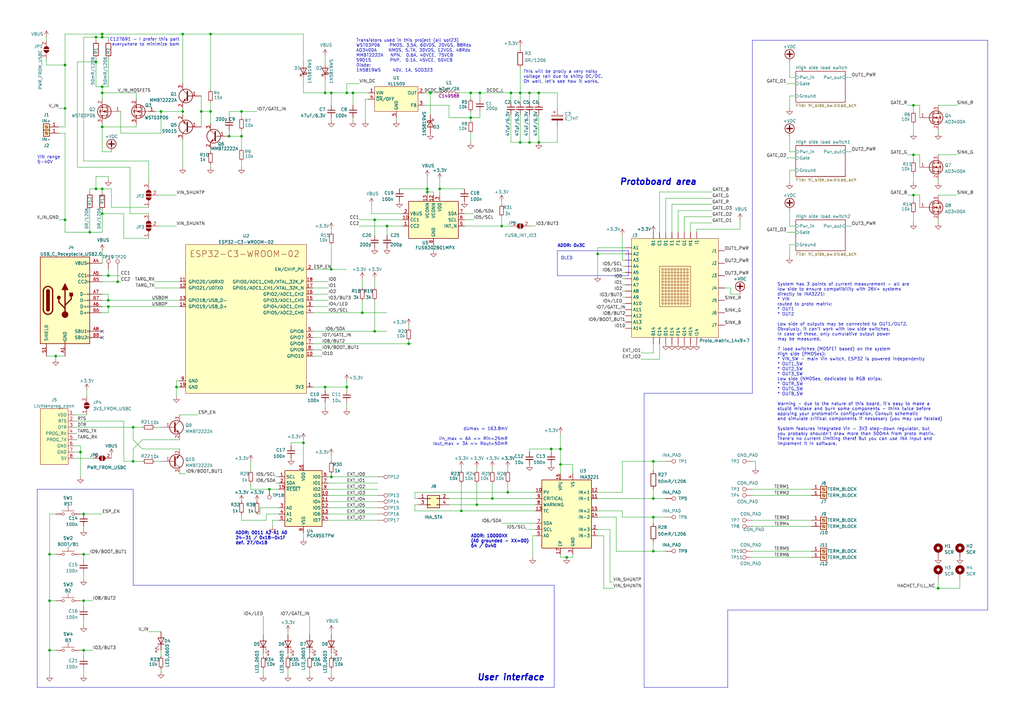
<source format=kicad_sch>
(kicad_sch (version 20230121) (generator eeschema)
  (paper "A3")
  (junction (at 205.74 92.71))
  (junction (at 175.26 78.74))
  (junction (at 44.45 113.03))
  (junction (at 158.75 92.71))
  (junction (at 142.24 38.1))
  (junction (at 26.67 44.45))
  (junction (at 26.67 26.67))
  (junction (at 20.32 246.38))
  (junction (at 220.98 58.42))
  (junction (at 135.89 195.58))
  (junction (at 267.97 189.23))
  (junction (at 217.17 58.42))
  (junction (at 267.97 212.09))
  (junction (at 39.37 25.4))
  (junction (at 124.46 181.61))
  (junction (at 34.29 227.33))
  (junction (at 110.49 200.66))
  (junction (at 36.83 95.25))
  (junction (at 195.58 207.01))
  (junction (at 374.65 43.18))
  (junction (at 201.93 204.47))
  (junction (at 245.11 104.14))
  (junction (at 267.97 226.06))
  (junction (at 74.93 13.97))
  (junction (at 54.61 189.23))
  (junction (at 229.87 190.5))
  (junction (at 41.91 13.97))
  (junction (at 209.55 38.1))
  (junction (at 180.34 77.47))
  (junction (at 20.32 266.7))
  (junction (at 54.61 175.26))
  (junction (at 217.17 38.1))
  (junction (at 86.36 45.72))
  (junction (at 33.02 185.42))
  (junction (at 72.39 158.75))
  (junction (at 267.97 204.47))
  (junction (at 229.87 184.15))
  (junction (at 39.37 77.47))
  (junction (at 41.91 87.63))
  (junction (at 220.98 38.1))
  (junction (at 193.04 38.1))
  (junction (at 176.53 38.1))
  (junction (at 208.28 201.93))
  (junction (at 41.91 77.47))
  (junction (at 26.67 90.17))
  (junction (at 153.67 135.89))
  (junction (at 133.35 38.1))
  (junction (at 167.64 140.97))
  (junction (at 41.91 15.24))
  (junction (at 384.81 241.3))
  (junction (at 99.06 55.88))
  (junction (at 41.91 35.56))
  (junction (at 20.32 227.33))
  (junction (at 34.29 266.7))
  (junction (at 374.65 63.5))
  (junction (at 196.85 38.1))
  (junction (at 39.37 15.24))
  (junction (at 135.89 110.49))
  (junction (at 148.59 128.27))
  (junction (at 66.04 45.72))
  (junction (at 48.26 115.57))
  (junction (at 232.41 228.6))
  (junction (at 44.45 125.73))
  (junction (at 34.29 210.82))
  (junction (at 213.36 58.42))
  (junction (at 93.98 55.88))
  (junction (at 213.36 38.1))
  (junction (at 133.35 158.75))
  (junction (at 175.26 77.47))
  (junction (at 374.65 80.01))
  (junction (at 226.06 184.15))
  (junction (at 142.24 158.75))
  (junction (at 41.91 38.1))
  (junction (at 34.29 246.38))
  (junction (at 22.86 146.05))
  (junction (at 86.36 13.97))
  (junction (at 193.04 48.26))
  (junction (at 189.23 209.55))
  (junction (at 153.67 90.17))
  (junction (at 41.91 52.07))
  (junction (at 82.55 45.72))
  (junction (at 135.89 38.1))
  (junction (at 74.93 45.72))
  (junction (at 99.06 45.72))
  (junction (at 44.45 123.19))
  (junction (at 144.78 38.1))
  (no_connect (at 41.91 135.89))
  (no_connect (at 41.91 138.43))
  (wire (pts (xy 193.04 48.26) (xy 184.15 48.26)))
  (wire (pts (xy 34.29 256.54) (xy 34.29 254)))
  (wire (pts (xy 45.72 77.47) (xy 41.91 77.47)))
  (wire (pts (xy 175.26 72.39) (xy 175.26 77.47)))
  (wire (pts (xy 196.85 45.72) (xy 196.85 48.26)))
  (polyline (pts (xy 405.13 250.19) (xy 405.13 16.51)))
  (wire (pts (xy 26.67 95.25) (xy 36.83 95.25)))
  (wire (pts (xy 374.65 80.01) (xy 377.19 80.01)))
  (wire (pts (xy 226.06 184.15) (xy 229.87 184.15)))
  (wire (pts (xy 384.81 80.01) (xy 392.43 80.01)))
  (wire (pts (xy 135.89 186.69) (xy 135.89 189.23)))
  (wire (pts (xy 124.46 33.02) (xy 124.46 38.1)))
  (wire (pts (xy 170.18 201.93) (xy 208.28 201.93)))
  (wire (pts (xy 109.22 210.82) (xy 109.22 213.36)))
  (wire (pts (xy 220.98 41.91) (xy 220.98 38.1)))
  (wire (pts (xy 184.15 204.47) (xy 201.93 204.47)))
  (wire (pts (xy 106.68 210.82) (xy 106.68 208.28)))
  (wire (pts (xy 384.81 74.93) (xy 384.81 73.66)))
  (wire (pts (xy 251.46 238.76) (xy 250.19 238.76)))
  (wire (pts (xy 110.49 200.66) (xy 102.87 200.66)))
  (wire (pts (xy 82.55 45.72) (xy 82.55 52.07)))
  (wire (pts (xy 213.36 58.42) (xy 213.36 46.99)))
  (wire (pts (xy 53.34 68.58) (xy 31.75 68.58)))
  (wire (pts (xy 102.87 200.66) (xy 102.87 198.12)))
  (wire (pts (xy 189.23 191.77) (xy 189.23 193.04)))
  (wire (pts (xy 323.85 39.37) (xy 323.85 44.45)))
  (wire (pts (xy 134.62 200.66) (xy 154.94 200.66)))
  (wire (pts (xy 135.89 269.24) (xy 135.89 267.97)))
  (polyline (pts (xy 227.33 281.94) (xy 15.24 281.94)))
  (wire (pts (xy 177.8 78.74) (xy 177.8 80.01)))
  (wire (pts (xy 251.46 241.3) (xy 247.65 241.3)))
  (wire (pts (xy 63.5 118.11) (xy 73.66 118.11)))
  (wire (pts (xy 20.32 210.82) (xy 20.32 227.33)))
  (wire (pts (xy 217.17 58.42) (xy 217.17 46.99)))
  (polyline (pts (xy 308.61 161.29) (xy 264.16 161.29)))
  (wire (pts (xy 34.29 210.82) (xy 33.02 210.82)))
  (wire (pts (xy 299.72 118.11) (xy 297.18 118.11)))
  (wire (pts (xy 60.96 74.93) (xy 60.96 66.04)))
  (wire (pts (xy 31.75 180.34) (xy 30.48 180.34)))
  (polyline (pts (xy 227.33 240.03) (xy 227.33 281.94)))
  (wire (pts (xy 31.75 177.8) (xy 30.48 177.8)))
  (wire (pts (xy 35.56 162.56) (xy 35.56 160.02)))
  (wire (pts (xy 326.39 62.23) (xy 323.85 62.23)))
  (wire (pts (xy 30.48 182.88) (xy 33.02 182.88)))
  (wire (pts (xy 267.97 189.23) (xy 267.97 193.04)))
  (wire (pts (xy 72.39 158.75) (xy 72.39 156.21)))
  (wire (pts (xy 176.53 38.1) (xy 180.34 38.1)))
  (wire (pts (xy 44.45 123.19) (xy 73.66 123.19)))
  (wire (pts (xy 44.45 110.49) (xy 44.45 113.03)))
  (wire (pts (xy 30.48 175.26) (xy 54.61 175.26)))
  (wire (pts (xy 234.95 190.5) (xy 229.87 190.5)))
  (wire (pts (xy 220.98 46.99) (xy 220.98 58.42)))
  (wire (pts (xy 93.98 45.72) (xy 93.98 48.26)))
  (wire (pts (xy 167.64 139.7) (xy 167.64 140.97)))
  (wire (pts (xy 217.17 58.42) (xy 220.98 58.42)))
  (wire (pts (xy 147.32 92.71) (xy 158.75 92.71)))
  (wire (pts (xy 209.55 38.1) (xy 213.36 38.1)))
  (wire (pts (xy 384.81 91.44) (xy 384.81 90.17)))
  (wire (pts (xy 142.24 158.75) (xy 142.24 160.02)))
  (wire (pts (xy 196.85 48.26) (xy 193.04 48.26)))
  (wire (pts (xy 41.91 13.97) (xy 41.91 15.24)))
  (wire (pts (xy 107.95 252.73) (xy 107.95 260.35)))
  (wire (pts (xy 255.27 96.52) (xy 255.27 106.68)))
  (wire (pts (xy 217.17 41.91) (xy 217.17 38.1)))
  (wire (pts (xy 113.03 198.12) (xy 114.3 198.12)))
  (wire (pts (xy 64.77 92.71) (xy 72.39 92.71)))
  (wire (pts (xy 346.71 31.75) (xy 349.25 31.75)))
  (wire (pts (xy 66.04 54.61) (xy 49.53 54.61)))
  (wire (pts (xy 135.89 49.53) (xy 135.89 48.26)))
  (wire (pts (xy 153.67 90.17) (xy 153.67 96.52)))
  (wire (pts (xy 374.65 80.01) (xy 374.65 82.55)))
  (wire (pts (xy 255.27 116.84) (xy 256.54 116.84)))
  (polyline (pts (xy 257.81 102.87) (xy 228.6 102.87)))
  (wire (pts (xy 374.65 63.5) (xy 374.65 66.04)))
  (wire (pts (xy 326.39 92.71) (xy 323.85 92.71)))
  (wire (pts (xy 66.04 259.08) (xy 60.96 259.08)))
  (wire (pts (xy 133.35 158.75) (xy 128.27 158.75)))
  (wire (pts (xy 142.24 38.1) (xy 144.78 38.1)))
  (wire (pts (xy 213.36 19.05) (xy 213.36 20.32)))
  (wire (pts (xy 205.74 92.71) (xy 209.55 92.71)))
  (wire (pts (xy 228.6 38.1) (xy 220.98 38.1)))
  (wire (pts (xy 275.59 83.82) (xy 292.1 83.82)))
  (wire (pts (xy 36.83 227.33) (xy 34.29 227.33)))
  (wire (pts (xy 217.17 185.42) (xy 217.17 184.15)))
  (wire (pts (xy 255.27 189.23) (xy 267.97 189.23)))
  (wire (pts (xy 49.53 113.03) (xy 44.45 113.03)))
  (wire (pts (xy 309.88 189.23) (xy 308.61 189.23)))
  (wire (pts (xy 384.81 54.61) (xy 384.81 53.34)))
  (wire (pts (xy 34.29 66.04) (xy 34.29 15.24)))
  (wire (pts (xy 234.95 194.31) (xy 234.95 190.5)))
  (wire (pts (xy 250.19 238.76) (xy 250.19 217.17)))
  (wire (pts (xy 213.36 58.42) (xy 217.17 58.42)))
  (wire (pts (xy 41.91 77.47) (xy 39.37 77.47)))
  (wire (pts (xy 255.27 114.3) (xy 256.54 114.3)))
  (wire (pts (xy 99.06 60.96) (xy 99.06 55.88)))
  (wire (pts (xy 19.05 146.05) (xy 22.86 146.05)))
  (wire (pts (xy 374.65 71.12) (xy 374.65 74.93)))
  (wire (pts (xy 213.36 41.91) (xy 213.36 38.1)))
  (wire (pts (xy 33.02 182.88) (xy 33.02 185.42)))
  (wire (pts (xy 292.1 81.28) (xy 273.05 81.28)))
  (wire (pts (xy 26.67 54.61) (xy 26.67 90.17)))
  (wire (pts (xy 245.11 101.6) (xy 245.11 104.14)))
  (wire (pts (xy 86.36 67.31) (xy 86.36 68.58)))
  (wire (pts (xy 26.67 52.07) (xy 24.13 52.07)))
  (wire (pts (xy 152.4 87.63) (xy 152.4 83.82)))
  (wire (pts (xy 377.19 80.01) (xy 377.19 85.09)))
  (wire (pts (xy 74.93 13.97) (xy 86.36 13.97)))
  (wire (pts (xy 50.8 172.72) (xy 50.8 189.23)))
  (wire (pts (xy 219.71 92.71) (xy 217.17 92.71)))
  (wire (pts (xy 217.17 38.1) (xy 220.98 38.1)))
  (wire (pts (xy 105.41 210.82) (xy 106.68 210.82)))
  (wire (pts (xy 60.96 66.04) (xy 34.29 66.04)))
  (wire (pts (xy 383.54 241.3) (xy 384.81 241.3)))
  (wire (pts (xy 205.74 82.55) (xy 205.74 83.82)))
  (wire (pts (xy 323.85 69.85) (xy 323.85 74.93)))
  (wire (pts (xy 124.46 13.97) (xy 124.46 25.4)))
  (polyline (pts (xy 228.6 113.03) (xy 257.81 113.03)))
  (wire (pts (xy 322.58 34.29) (xy 326.39 34.29)))
  (wire (pts (xy 267.97 189.23) (xy 273.05 189.23)))
  (wire (pts (xy 41.91 50.8) (xy 41.91 52.07)))
  (wire (pts (xy 323.85 25.4) (xy 323.85 31.75)))
  (wire (pts (xy 49.53 45.72) (xy 49.53 54.61)))
  (wire (pts (xy 50.8 97.79) (xy 60.96 97.79)))
  (wire (pts (xy 66.04 275.59) (xy 66.04 274.32)))
  (wire (pts (xy 99.06 55.88) (xy 99.06 53.34)))
  (wire (pts (xy 33.02 185.42) (xy 33.02 195.58)))
  (wire (pts (xy 322.58 95.25) (xy 326.39 95.25)))
  (wire (pts (xy 167.64 140.97) (xy 168.91 140.97)))
  (wire (pts (xy 48.26 110.49) (xy 48.26 115.57)))
  (wire (pts (xy 193.04 38.1) (xy 193.04 40.64)))
  (wire (pts (xy 55.88 38.1) (xy 55.88 40.64)))
  (wire (pts (xy 374.65 87.63) (xy 374.65 91.44)))
  (wire (pts (xy 41.91 13.97) (xy 74.93 13.97)))
  (wire (pts (xy 252.73 212.09) (xy 252.73 226.06)))
  (wire (pts (xy 346.71 62.23) (xy 349.25 62.23)))
  (wire (pts (xy 153.67 135.89) (xy 158.75 135.89)))
  (wire (pts (xy 58.42 180.34) (xy 54.61 184.15)))
  (wire (pts (xy 34.29 248.92) (xy 34.29 246.38)))
  (wire (pts (xy 308.61 228.6) (xy 332.74 228.6)))
  (wire (pts (xy 270.51 78.74) (xy 292.1 78.74)))
  (wire (pts (xy 153.67 123.19) (xy 153.67 135.89)))
  (wire (pts (xy 267.97 200.66) (xy 267.97 204.47)))
  (wire (pts (xy 255.27 212.09) (xy 267.97 212.09)))
  (wire (pts (xy 262.89 147.32) (xy 270.51 147.32)))
  (wire (pts (xy 26.67 13.97) (xy 26.67 26.67)))
  (wire (pts (xy 134.62 208.28) (xy 154.94 208.28)))
  (wire (pts (xy 109.22 213.36) (xy 99.06 213.36)))
  (wire (pts (xy 303.53 120.65) (xy 299.72 120.65)))
  (wire (pts (xy 86.36 13.97) (xy 86.36 36.83)))
  (wire (pts (xy 133.35 158.75) (xy 133.35 160.02)))
  (wire (pts (xy 213.36 38.1) (xy 217.17 38.1)))
  (wire (pts (xy 106.68 208.28) (xy 114.3 208.28)))
  (wire (pts (xy 180.34 73.66) (xy 180.34 77.47)))
  (wire (pts (xy 292.1 86.36) (xy 278.13 86.36)))
  (wire (pts (xy 134.62 210.82) (xy 154.94 210.82)))
  (wire (pts (xy 229.87 184.15) (xy 229.87 177.8)))
  (wire (pts (xy 393.7 237.49) (xy 393.7 241.3)))
  (wire (pts (xy 118.11 259.08) (xy 118.11 260.35)))
  (wire (pts (xy 44.45 113.03) (xy 41.91 113.03)))
  (wire (pts (xy 270.51 95.25) (xy 270.51 78.74)))
  (wire (pts (xy 142.24 38.1) (xy 142.24 34.29)))
  (wire (pts (xy 111.76 213.36) (xy 114.3 213.36)))
  (wire (pts (xy 74.93 45.72) (xy 74.93 46.99)))
  (polyline (pts (xy 54.61 240.03) (xy 227.33 240.03)))
  (wire (pts (xy 201.93 204.47) (xy 219.71 204.47)))
  (wire (pts (xy 245.11 104.14) (xy 256.54 104.14)))
  (wire (pts (xy 26.67 44.45) (xy 26.67 52.07)))
  (wire (pts (xy 20.32 266.7) (xy 20.32 276.86)))
  (wire (pts (xy 124.46 181.61) (xy 124.46 190.5)))
  (wire (pts (xy 53.34 87.63) (xy 53.34 68.58)))
  (wire (pts (xy 184.15 207.01) (xy 195.58 207.01)))
  (wire (pts (xy 34.29 217.17) (xy 34.29 215.9)))
  (wire (pts (xy 34.29 276.86) (xy 34.29 274.32)))
  (wire (pts (xy 372.11 43.18) (xy 374.65 43.18)))
  (wire (pts (xy 255.27 119.38) (xy 256.54 119.38)))
  (wire (pts (xy 217.17 184.15) (xy 226.06 184.15)))
  (wire (pts (xy 205.74 88.9) (xy 205.74 92.71)))
  (wire (pts (xy 33.02 185.42) (xy 30.48 185.42)))
  (wire (pts (xy 45.72 77.47) (xy 45.72 85.09)))
  (wire (pts (xy 24.13 54.61) (xy 26.67 54.61)))
  (wire (pts (xy 86.36 45.72) (xy 86.36 50.8)))
  (wire (pts (xy 135.89 195.58) (xy 154.94 195.58)))
  (wire (pts (xy 135.89 276.86) (xy 135.89 274.32)))
  (wire (pts (xy 323.85 86.36) (xy 323.85 92.71)))
  (wire (pts (xy 127 252.73) (xy 127 260.35)))
  (wire (pts (xy 326.39 69.85) (xy 323.85 69.85)))
  (wire (pts (xy 170.18 204.47) (xy 171.45 204.47)))
  (wire (pts (xy 384.81 241.3) (xy 384.81 237.49)))
  (wire (pts (xy 250.19 217.17) (xy 245.11 217.17)))
  (wire (pts (xy 34.29 269.24) (xy 34.29 266.7)))
  (wire (pts (xy 26.67 90.17) (xy 24.13 90.17)))
  (wire (pts (xy 41.91 38.1) (xy 41.91 40.64)))
  (wire (pts (xy 190.5 92.71) (xy 205.74 92.71)))
  (wire (pts (xy 128.27 118.11) (xy 134.62 118.11)))
  (wire (pts (xy 245.11 104.14) (xy 245.11 113.03)))
  (wire (pts (xy 377.19 43.18) (xy 377.19 48.26)))
  (wire (pts (xy 24.13 44.45) (xy 26.67 44.45)))
  (wire (pts (xy 326.39 39.37) (xy 323.85 39.37)))
  (wire (pts (xy 255.27 201.93) (xy 255.27 189.23)))
  (wire (pts (xy 308.61 226.06) (xy 332.74 226.06)))
  (wire (pts (xy 39.37 35.56) (xy 41.91 35.56)))
  (wire (pts (xy 63.5 175.26) (xy 66.04 175.26)))
  (wire (pts (xy 255.27 209.55) (xy 255.27 212.09)))
  (wire (pts (xy 267.97 226.06) (xy 273.05 226.06)))
  (wire (pts (xy 196.85 38.1) (xy 196.85 40.64)))
  (wire (pts (xy 41.91 35.56) (xy 44.45 35.56)))
  (wire (pts (xy 163.83 77.47) (xy 175.26 77.47)))
  (wire (pts (xy 135.89 195.58) (xy 134.62 195.58)))
  (wire (pts (xy 134.62 205.74) (xy 154.94 205.74)))
  (wire (pts (xy 128.27 125.73) (xy 134.62 125.73)))
  (wire (pts (xy 30.48 172.72) (xy 50.8 172.72)))
  (wire (pts (xy 99.06 45.72) (xy 93.98 45.72)))
  (wire (pts (xy 113.03 195.58) (xy 114.3 195.58)))
  (wire (pts (xy 162.56 48.26) (xy 162.56 49.53)))
  (wire (pts (xy 209.55 58.42) (xy 209.55 46.99)))
  (wire (pts (xy 38.1 246.38) (xy 34.29 246.38)))
  (wire (pts (xy 255.27 209.55) (xy 245.11 209.55)))
  (polyline (pts (xy 308.61 16.51) (xy 308.61 161.29)))
  (wire (pts (xy 144.78 38.1) (xy 144.78 43.18)))
  (wire (pts (xy 22.86 146.05) (xy 22.86 147.32)))
  (wire (pts (xy 193.04 54.61) (xy 193.04 58.42)))
  (wire (pts (xy 74.93 57.15) (xy 74.93 68.58)))
  (wire (pts (xy 41.91 77.47) (xy 41.91 78.74)))
  (wire (pts (xy 135.89 259.08) (xy 135.89 260.35)))
  (wire (pts (xy 142.24 156.21) (xy 142.24 158.75)))
  (wire (pts (xy 308.61 200.66) (xy 332.74 200.66)))
  (wire (pts (xy 72.39 156.21) (xy 73.66 156.21)))
  (wire (pts (xy 19.05 15.24) (xy 19.05 16.51)))
  (wire (pts (xy 184.15 48.26) (xy 184.15 43.18)))
  (wire (pts (xy 50.8 87.63) (xy 50.8 97.79)))
  (wire (pts (xy 26.67 26.67) (xy 26.67 44.45)))
  (wire (pts (xy 219.71 214.63) (xy 205.74 214.63)))
  (wire (pts (xy 31.75 68.58) (xy 31.75 25.4)))
  (wire (pts (xy 142.24 165.1) (xy 142.24 167.64)))
  (wire (pts (xy 128.27 135.89) (xy 153.67 135.89)))
  (wire (pts (xy 165.1 87.63) (xy 152.4 87.63)))
  (wire (pts (xy 44.45 125.73) (xy 73.66 125.73)))
  (wire (pts (xy 86.36 41.91) (xy 86.36 45.72)))
  (wire (pts (xy 374.65 43.18) (xy 374.65 45.72)))
  (wire (pts (xy 44.45 15.24) (xy 44.45 16.51)))
  (wire (pts (xy 245.11 201.93) (xy 255.27 201.93)))
  (wire (pts (xy 209.55 58.42) (xy 213.36 58.42)))
  (wire (pts (xy 148.59 123.19) (xy 148.59 128.27)))
  (wire (pts (xy 41.91 95.25) (xy 36.83 95.25)))
  (wire (pts (xy 118.11 269.24) (xy 118.11 267.97)))
  (wire (pts (xy 256.54 106.68) (xy 255.27 106.68)))
  (polyline (pts (xy 15.24 281.94) (xy 15.24 229.87)))
  (wire (pts (xy 66.04 45.72) (xy 66.04 54.61)))
  (wire (pts (xy 270.51 147.32) (xy 270.51 140.97)))
  (wire (pts (xy 39.37 24.13) (xy 39.37 25.4)))
  (wire (pts (xy 41.91 52.07) (xy 55.88 52.07)))
  (wire (pts (xy 124.46 218.44) (xy 124.46 220.98)))
  (wire (pts (xy 175.26 78.74) (xy 175.26 80.01)))
  (wire (pts (xy 252.73 212.09) (xy 245.11 212.09)))
  (wire (pts (xy 148.59 128.27) (xy 158.75 128.27)))
  (wire (pts (xy 173.99 38.1) (xy 176.53 38.1)))
  (wire (pts (xy 144.78 38.1) (xy 151.13 38.1)))
  (wire (pts (xy 41.91 62.23) (xy 45.72 62.23)))
  (wire (pts (xy 144.78 49.53) (xy 144.78 48.26)))
  (wire (pts (xy 128.27 128.27) (xy 148.59 128.27)))
  (wire (pts (xy 58.42 175.26) (xy 54.61 175.26)))
  (wire (pts (xy 147.32 90.17) (xy 153.67 90.17)))
  (wire (pts (xy 99.06 68.58) (xy 99.06 66.04)))
  (wire (pts (xy 195.58 191.77) (xy 195.58 193.04)))
  (wire (pts (xy 54.61 189.23) (xy 58.42 189.23)))
  (wire (pts (xy 167.64 133.35) (xy 167.64 134.62)))
  (wire (pts (xy 180.34 77.47) (xy 180.34 80.01)))
  (wire (pts (xy 128.27 146.05) (xy 132.08 146.05)))
  (wire (pts (xy 232.41 228.6) (xy 234.95 228.6)))
  (wire (pts (xy 208.28 201.93) (xy 208.28 198.12)))
  (wire (pts (xy 190.5 90.17) (xy 194.31 90.17)))
  (wire (pts (xy 134.62 203.2) (xy 154.94 203.2)))
  (wire (pts (xy 22.86 146.05) (xy 26.67 146.05)))
  (wire (pts (xy 50.8 189.23) (xy 54.61 189.23)))
  (wire (pts (xy 247.65 241.3) (xy 247.65 219.71)))
  (wire (pts (xy 201.93 191.77) (xy 201.93 193.04)))
  (wire (pts (xy 22.86 266.7) (xy 20.32 266.7)))
  (wire (pts (xy 30.48 170.18) (xy 35.56 170.18)))
  (wire (pts (xy 48.26 115.57) (xy 49.53 115.57)))
  (wire (pts (xy 124.46 38.1) (xy 133.35 38.1)))
  (wire (pts (xy 105.41 45.72) (xy 99.06 45.72)))
  (wire (pts (xy 41.91 87.63) (xy 50.8 87.63)))
  (wire (pts (xy 267.97 222.25) (xy 267.97 226.06)))
  (wire (pts (xy 134.62 213.36) (xy 154.94 213.36)))
  (wire (pts (xy 107.95 276.86) (xy 107.95 274.32)))
  (wire (pts (xy 256.54 101.6) (xy 245.11 101.6)))
  (wire (pts (xy 22.86 246.38) (xy 20.32 246.38)))
  (wire (pts (xy 128.27 110.49) (xy 135.89 110.49)))
  (wire (pts (xy 142.24 34.29) (xy 147.32 34.29)))
  (wire (pts (xy 63.5 189.23) (xy 66.04 189.23)))
  (wire (pts (xy 133.35 22.86) (xy 133.35 25.4)))
  (wire (pts (xy 372.11 80.01) (xy 374.65 80.01)))
  (wire (pts (xy 252.73 226.06) (xy 267.97 226.06)))
  (wire (pts (xy 308.61 203.2) (xy 332.74 203.2)))
  (wire (pts (xy 20.32 227.33) (xy 20.32 246.38)))
  (wire (pts (xy 41.91 123.19) (xy 44.45 123.19)))
  (wire (pts (xy 39.37 72.39) (xy 39.37 77.47)))
  (polyline (pts (xy 298.45 250.19) (xy 405.13 250.19)))
  (wire (pts (xy 34.29 266.7) (xy 33.02 266.7)))
  (wire (pts (xy 22.86 210.82) (xy 20.32 210.82)))
  (wire (pts (xy 377.19 63.5) (xy 377.19 68.58)))
  (wire (pts (xy 209.55 41.91) (xy 209.55 38.1)))
  (wire (pts (xy 41.91 128.27) (xy 44.45 128.27)))
  (wire (pts (xy 187.96 38.1) (xy 193.04 38.1)))
  (wire (pts (xy 133.35 33.02) (xy 133.35 38.1)))
  (wire (pts (xy 30.48 187.96) (xy 38.1 187.96)))
  (wire (pts (xy 195.58 207.01) (xy 195.58 198.12)))
  (wire (pts (xy 326.39 31.75) (xy 323.85 31.75)))
  (wire (pts (xy 176.53 38.1) (xy 176.53 46.99)))
  (wire (pts (xy 262.89 144.78) (xy 267.97 144.78)))
  (wire (pts (xy 54.61 180.34) (xy 54.61 175.26)))
  (wire (pts (xy 280.67 88.9) (xy 292.1 88.9)))
  (wire (pts (xy 193.04 45.72) (xy 193.04 48.26)))
  (wire (pts (xy 38.1 266.7) (xy 34.29 266.7)))
  (wire (pts (xy 54.61 180.34) (xy 58.42 184.15)))
  (wire (pts (xy 326.39 100.33) (xy 323.85 100.33)))
  (wire (pts (xy 255.27 124.46) (xy 256.54 124.46)))
  (wire (pts (xy 170.18 201.93) (xy 170.18 204.47)))
  (wire (pts (xy 278.13 86.36) (xy 278.13 95.25)))
  (wire (pts (xy 213.36 27.94) (xy 213.36 38.1)))
  (wire (pts (xy 41.91 102.87) (xy 41.91 107.95)))
  (wire (pts (xy 151.13 40.64) (xy 149.86 40.64)))
  (wire (pts (xy 173.99 43.18) (xy 184.15 43.18)))
  (wire (pts (xy 60.96 87.63) (xy 53.34 87.63)))
  (wire (pts (xy 86.36 60.96) (xy 86.36 62.23)))
  (wire (pts (xy 36.83 86.36) (xy 36.83 95.25)))
  (wire (pts (xy 134.62 198.12) (xy 154.94 198.12)))
  (wire (pts (xy 255.27 111.76) (xy 256.54 111.76)))
  (wire (pts (xy 73.66 170.18) (xy 81.28 170.18)))
  (polyline (pts (xy 405.13 16.51) (xy 308.61 16.51)))
  (wire (pts (xy 267.97 144.78) (xy 267.97 140.97)))
  (wire (pts (xy 323.85 55.88) (xy 323.85 62.23)))
  (wire (pts (xy 63.5 115.57) (xy 73.66 115.57)))
  (polyline (pts (xy 15.24 200.66) (xy 15.24 229.87)))
  (wire (pts (xy 372.11 63.5) (xy 374.65 63.5)))
  (wire (pts (xy 135.89 110.49) (xy 142.24 110.49)))
  (wire (pts (xy 374.65 63.5) (xy 377.19 63.5)))
  (wire (pts (xy 374.65 50.8) (xy 374.65 54.61)))
  (wire (pts (xy 60.96 85.09) (xy 45.72 85.09)))
  (wire (pts (xy 219.71 217.17) (xy 215.9 217.17)))
  (wire (pts (xy 299.72 120.65) (xy 299.72 118.11)))
  (wire (pts (xy 73.66 194.31) (xy 76.2 194.31)))
  (wire (pts (xy 255.27 109.22) (xy 256.54 109.22)))
  (wire (pts (xy 267.97 204.47) (xy 273.05 204.47)))
  (wire (pts (xy 247.65 219.71) (xy 245.11 219.71)))
  (wire (pts (xy 41.91 125.73) (xy 44.45 125.73)))
  (polyline (pts (xy 54.61 240.03) (xy 54.61 200.66)))
  (wire (pts (xy 218.44 219.71) (xy 218.44 228.6)))
  (wire (pts (xy 74.93 45.72) (xy 74.93 44.45)))
  (wire (pts (xy 283.21 91.44) (xy 283.21 95.25)))
  (wire (pts (xy 45.72 187.96) (xy 45.72 186.69)))
  (wire (pts (xy 34.29 15.24) (xy 39.37 15.24)))
  (wire (pts (xy 34.29 246.38) (xy 33.02 246.38)))
  (wire (pts (xy 99.06 48.26) (xy 99.06 45.72)))
  (wire (pts (xy 64.77 80.01) (xy 72.39 80.01)))
  (wire (pts (xy 34.29 237.49) (xy 34.29 234.95)))
  (polyline (pts (xy 298.45 281.94) (xy 298.45 250.19)))
  (wire (pts (xy 189.23 209.55) (xy 219.71 209.55)))
  (wire (pts (xy 128.27 138.43) (xy 132.08 138.43)))
  (polyline (pts (xy 257.81 113.03) (xy 257.81 102.87)))
  (polyline (pts (xy 264.16 161.29) (xy 264.16 281.94)))
  (wire (pts (xy 34.29 229.87) (xy 34.29 227.33)))
  (wire (pts (xy 170.18 209.55) (xy 189.23 209.55)))
  (wire (pts (xy 93.98 53.34) (xy 93.98 55.88)))
  (wire (pts (xy 177.8 100.33) (xy 177.8 102.87)))
  (wire (pts (xy 55.88 50.8) (xy 55.88 52.07)))
  (wire (pts (xy 36.83 77.47) (xy 36.83 78.74)))
  (wire (pts (xy 308.61 213.36) (xy 332.74 213.36)))
  (polyline (pts (xy 264.16 281.94) (xy 298.45 281.94)))
  (wire (pts (xy 229.87 228.6) (xy 232.41 228.6)))
  (wire (pts (xy 201.93 204.47) (xy 201.93 198.12)))
  (wire (pts (xy 158.75 92.71) (xy 165.1 92.71)))
  (wire (pts (xy 292.1 91.44) (xy 283.21 91.44)))
  (wire (pts (xy 41.91 115.57) (xy 48.26 115.57)))
  (wire (pts (xy 73.66 180.34) (xy 58.42 180.34)))
  (wire (pts (xy 127 269.24) (xy 127 267.97)))
  (wire (pts (xy 86.36 45.72) (xy 82.55 45.72)))
  (wire (pts (xy 44.45 73.66) (xy 44.45 72.39)))
  (wire (pts (xy 134.62 123.19) (xy 128.27 123.19)))
  (wire (pts (xy 114.3 200.66) (xy 110.49 200.66)))
  (wire (pts (xy 193.04 48.26) (xy 193.04 49.53)))
  (wire (pts (xy 66.04 269.24) (xy 66.04 266.7)))
  (wire (pts (xy 229.87 190.5) (xy 229.87 194.31)))
  (wire (pts (xy 44.45 24.13) (xy 44.45 35.56)))
  (wire (pts (xy 41.91 35.56) (xy 41.91 38.1)))
  (wire (pts (xy 228.6 52.07) (xy 228.6 58.42)))
  (wire (pts (xy 234.95 228.6) (xy 234.95 227.33)))
  (wire (pts (xy 208.28 191.77) (xy 208.28 193.04)))
  (wire (pts (xy 285.75 93.98) (xy 303.53 93.98)))
  (wire (pts (xy 158.75 92.71) (xy 158.75 96.52)))
  (wire (pts (xy 303.53 90.17) (xy 303.53 93.98)))
  (wire (pts (xy 107.95 269.24) (xy 107.95 267.97)))
  (wire (pts (xy 175.26 78.74) (xy 177.8 78.74)))
  (wire (pts (xy 19.05 26.67) (xy 26.67 26.67)))
  (wire (pts (xy 44.45 128.27) (xy 44.45 125.73)))
  (wire (pts (xy 180.34 77.47) (xy 190.5 77.47)))
  (wire (pts (xy 133.35 38.1) (xy 135.89 38.1)))
  (wire (pts (xy 228.6 58.42) (xy 220.98 58.42)))
  (wire (pts (xy 41.91 87.63) (xy 41.91 95.25)))
  (wire (pts (xy 273.05 81.28) (xy 273.05 95.25)))
  (wire (pts (xy 82.55 39.37) (xy 82.55 45.72)))
  (wire (pts (xy 99.06 55.88) (xy 93.98 55.88)))
  (wire (pts (xy 392.43 43.18) (xy 384.81 43.18)))
  (wire (pts (xy 135.89 93.98) (xy 135.89 95.25)))
  (wire (pts (xy 63.5 45.72) (xy 66.04 45.72)))
  (wire (pts (xy 226.06 185.42) (xy 226.06 184.15)))
  (wire (pts (xy 135.89 43.18) (xy 135.89 38.1)))
  (wire (pts (xy 39.37 15.24) (xy 39.37 16.51)))
  (polyline (pts (xy 228.6 102.87) (xy 228.6 113.03)))
  (wire (pts (xy 58.42 184.15) (xy 73.66 184.15)))
  (wire (pts (xy 134.62 120.65) (xy 128.27 120.65)))
  (wire (pts (xy 393.7 241.3) (xy 384.81 241.3)))
  (wire (pts (xy 19.05 24.13) (xy 19.05 26.67)))
  (wire (pts (xy 39.37 15.24) (xy 41.91 15.24)))
  (wire (pts (xy 308.61 215.9) (xy 332.74 215.9)))
  (wire (pts (xy 41.91 210.82) (xy 34.29 210.82)))
  (wire (pts (xy 322.58 64.77) (xy 326.39 64.77)))
  (wire (pts (xy 275.59 95.25) (xy 275.59 83.82)))
  (wire (pts (xy 135.89 38.1) (xy 142.24 38.1)))
  (wire (pts (xy 124.46 180.34) (xy 124.46 181.61)))
  (wire (pts (xy 128.27 115.57) (xy 134.62 115.57)))
  (wire (pts (xy 54.61 184.15) (xy 54.61 189.23)))
  (wire (pts (xy 72.39 162.56) (xy 72.39 158.75)))
  (wire (pts (xy 39.37 77.47) (xy 36.83 77.47)))
  (wire (pts (xy 196.85 38.1) (xy 209.55 38.1)))
  (wire (pts (xy 175.26 77.47) (xy 175.26 78.74)))
  (wire (pts (xy 229.87 190.5) (xy 229.87 184.15)))
  (wire (pts (xy 149.86 40.64) (xy 149.86 49.53)))
  (wire (pts (xy 148.59 114.3) (xy 148.59 118.11)))
  (wire (pts (xy 41.91 38.1) (xy 55.88 38.1)))
  (wire (pts (xy 31.75 25.4) (xy 39.37 25.4)))
  (wire (pts (xy 193.04 38.1) (xy 196.85 38.1)))
  (wire (pts (xy 118.11 276.86) (xy 118.11 274.32)))
  (wire (pts (xy 153.67 114.3) (xy 153.67 118.11)))
  (wire (pts (xy 285.75 95.25) (xy 285.75 93.98)))
  (wire (pts (xy 267.97 212.09) (xy 273.05 212.09)))
  (wire (pts (xy 22.86 227.33) (xy 20.32 227.33)))
  (wire (pts (xy 44.45 120.65) (xy 44.45 123.19)))
  (wire (pts (xy 170.18 209.55) (xy 170.18 207.01)))
  (wire (pts (xy 153.67 90.17) (xy 165.1 90.17)))
  (wire (pts (xy 34.29 227.33) (xy 33.02 227.33)))
  (wire (pts (xy 374.65 43.18) (xy 377.19 43.18)))
  (wire (pts (xy 72.39 158.75) (xy 73.66 158.75)))
  (wire (pts (xy 41.91 52.07) (xy 41.91 62.23)))
  (polyline (pts (xy 54.61 200.66) (xy 15.24 200.66)))
  (wire (pts (xy 20.32 246.38) (xy 20.32 266.7)))
  (wire (pts (xy 245.11 204.47) (xy 267.97 204.47)))
  (wire (pts (xy 208.28 201.93) (xy 219.71 201.93)))
  (wire (pts (xy 133.35 158.75) (xy 142.24 158.75)))
  (wire (pts (xy 99.06 213.36) (xy 99.06 210.82)))
  (wire (pts (xy 41.91 15.24) (xy 44.45 15.24)))
  (wire (pts (xy 128.27 143.51) (xy 132.08 143.51)))
  (wire (pts (xy 86.36 13.97) (xy 124.46 13.97)))
  (wire (pts (xy 114.3 210.82) (xy 109.22 210.82)))
  (wire (pts (xy 280.67 95.25) (xy 280.67 88.9)))
  (wire (pts (xy 128.27 140.97) (xy 167.64 140.97)))
  (wire (pts (xy 26.67 95.25) (xy 26.67 90.17)))
  (wire (pts (xy 41.91 86.36) (xy 41.91 87.63)))
  (wire (pts (xy 39.37 72.39) (xy 44.45 72.39)))
  (wire (pts (xy 195.58 207.01) (xy 219.71 207.01)))
  (wire (pts (xy 346.71 92.71) (xy 349.25 92.71)))
  (wire (pts (xy 39.37 25.4) (xy 39.37 35.56)))
  (wire (pts (xy 119.38 182.88) (xy 119.38 181.61)))
  (wire (pts (xy 66.04 45.72) (xy 74.93 45.72)))
  (wire (pts (xy 323.85 100.33) (xy 323.85 105.41)))
  (wire (pts (xy 309.88 191.77) (xy 309.88 189.23)))
  (wire (pts (xy 127 276.86) (xy 127 274.32)))
  (wire (pts (xy 26.67 13.97) (xy 41.91 13.97)))
  (wire (pts (xy 189.23 209.55) (xy 189.23 198.12)))
  (wire (pts (xy 74.93 13.97) (xy 74.93 34.29)))
  (wire (pts (xy 384.81 63.5) (xy 392.43 63.5)))
  (wire (pts (xy 41.91 120.65) (xy 44.45 120.65)))
  (wire (pts (xy 119.38 181.61) (xy 124.46 181.61)))
  (wire (pts (xy 135.89 100.33) (xy 135.89 110.49)))
  (wire (pts (xy 228.6 44.45) (xy 228.6 38.1)))
  (wire (pts (xy 133.35 165.1) (xy 133.35 167.64)))
  (wire (pts (xy 135.89 194.31) (xy 135.89 195.58)))
  (wire (pts (xy 219.71 219.71) (xy 218.44 219.71)))
  (wire (pts (xy 267.97 212.09) (xy 267.97 214.63)))
  (wire (pts (xy 170.18 207.01) (xy 171.45 207.01)))
  (wire (pts (xy 190.5 87.63) (xy 194.31 87.63)))
  (wire (pts (xy 255.27 121.92) (xy 256.54 121.92)))
  (wire (pts (xy 229.87 227.33) (xy 229.87 228.6)))
  (wire (pts (xy 102.87 189.23) (xy 102.87 193.04)))
  (wire (pts (xy 111.76 215.9) (xy 111.76 213.36)))
  (text "ADDR: 0011 A2 A1 A0\n24-31 / 0x18-0x1F\ndef. 27/0x1B" (at 96.52 223.52 0) (effects (font (size 1.27 1.27) (thickness 0.254) bold) (justify left bottom)))
  (text "Transistors used in this project (all sot23)\nWST03P06    PMOS, 3.5A, 60VDS, 20VGS, 88Rds\nAO3400A     NMOS, 5.7A, 30VDS, 12VGS, 48Rds\nMMBT2222A   NPN,  0.6A, 40VCE, 75VCB\nS9015        PNP,  0.1A, 45VCE, 50VCB\nDiode:\n1N5819WS	40V, 1A, SOD323\n\n" (at 146.05 31.75 0) (effects (font (size 1.27 1.27)) (justify left bottom)))
  (text "Protoboard area" (at 254 76.2 0) (effects (font (size 2.54 2.54) (thickness 0.508) bold italic) (justify left bottom)))
  (text "ADDR: 10000XX\n(A0 grounded - XX=00)\n64 / 0x40" (at 193.04 224.79 0) (effects (font (size 1.27 1.27) (thickness 0.254) bold) (justify left bottom)))
  (text "System has 3 points of current measurement - all are \nlow side to ensure compatibility with 26V+ systems\ndirectly to INA3221:\n* VIN \nrouted to proto matrix:\n* OUT1\n* OUT2 \n\nLow side of outputs may be connected to OUT1/OUT2.\nObvoiusly, it can't work with low side switches,\nin case of these, only cumulative output power \nmay be measured.\n\n7 load switches (MOSFET based) on the system\nHigh side (PMOSes):\n* VIN_SW - main Vin switch, ESP32 is powered independently\n* OUT1_SW\n* OUT2_SW\n* OUT3_SW\nLow side (NMOSes, dedicated to RGB strips:\n* OUTR_SW\n* OUTG_SW\n* OUTB_SW\n\nWarning - due to the nature of this board, it's easy to make a\nstupid mistake and burn some components - think twice before\napplying your protomatrix configuration. Consult schematic \nand simulate critical components if nessesary (you may use falstad)\n\nSystem features integrated Vin - 3V3 step-down regulator, but\nyou probably shouldn't draw more than 500mA from proto matrix.\nThere's no current limiting there! But you can use INA input and\nimplement it in software." (at 318.77 182.88 0) (effects (font (size 1.27 1.27)) (justify left bottom)))
  (text "VIN range\n5-40V" (at 15.24 67.31 0) (effects (font (size 1.27 1.27)) (justify left bottom)))
  (text "This will be prolly a very noisy\nvoltage rail due to shitty DC/DC.\nOh well, let's see how it works." (at 214.63 34.29 0) (effects (font (size 1.27 1.27)) (justify left bottom)))
  (text "OLED" (at 234.95 106.68 0) (effects (font (size 1.27 1.27)) (justify right bottom)))
  (text "ADDR: 0x3C" (at 228.6 101.6 0) (effects (font (size 1.27 1.27) (thickness 0.254) bold) (justify left bottom)))
  (text "User interface" (at 195.58 279.4 0) (effects (font (size 2.54 2.54) (thickness 0.508) bold italic) (justify left bottom)))
  (text "C127691 - I prefer this part\neverywhere to minimize bom" (at 73.66 19.05 0) (effects (font (size 1.27 1.27)) (justify right bottom)))
  (text "Simulation of power switches (Link)\n" (at 5.08 312.42 0) (effects (font (size 1.27 1.27)) (justify left bottom)))
  (text "dUmax = 163.8mV\n\nIin_max = 6A => Rin=25mR\nIout_max = 3A => Rout=50mR\n" (at 208.28 182.88 0) (effects (font (size 1.27 1.27)) (justify right bottom)))
  (label "GATE_B" (at 372.11 80.01 180))
  (label "CC1" (at 147.32 90.17 180))
  (label "IO7{slash}GATE_IN" (at 127 252.73 180))
  (label "IO2" (at 255.27 119.38 180))
  (label "TERM4" (at 317.5 215.9 0))
  (label "IO3/BUT3" (at 219.71 92.71 0))
  (label "SINK_B" (at 297.18 133.35 0))
  (label "TARG_TX" (at 31.75 177.8 0))
  (label "SINK_G" (at 392.43 63.5 0))
  (label "EXT_IO7" (at 142.24 213.36 0))
  (label "IO3/BUT3" (at 38.1 266.7 0))
  (label "IO9{slash}BOOT_BUT1" (at 36.83 227.33 0))
  (label "IO10" (at 132.08 146.05 0))
  (label "CC2" (at 147.32 92.71 180))
  (label "GATE_O3" (at 292.1 86.36 0))
  (label "ESP_EN" (at 41.91 210.82 0))
  (label "IO8/BUT2" (at 256.54 129.54 180))
  (label "HACHET_FILL_NC" (at 383.54 241.3 180))
  (label "IO6/SDA" (at 113.03 198.12 180))
  (label "DTR" (at 31.75 175.26 0))
  (label "IO3/BUT3" (at 134.62 123.19 0))
  (label "IO6/SDA" (at 255.27 111.76 180))
  (label "IO0" (at 255.27 114.3 180))
  (label "GATE_O2" (at 292.1 88.9 0))
  (label "VIN_SHUNTP" (at 251.46 238.76 0))
  (label "IO8/BUT2" (at 132.08 140.97 0))
  (label "TARG_RX" (at 63.5 115.57 180))
  (label "IO6/SDA" (at 133.35 135.89 0))
  (label "IO4/LED" (at 134.62 125.73 0))
  (label "RTS" (at 31.75 172.72 0))
  (label "IO4/LED" (at 255.27 124.46 180))
  (label "IO5/SCL" (at 255.27 109.22 180))
  (label "ESP_EN" (at 135.89 110.49 180))
  (label "DCDC_L" (at 199.39 38.1 0))
  (label "IO6/SDA" (at 194.31 87.63 0))
  (label "VIN_SHUNTP" (at 72.39 80.01 0))
  (label "GATE_B" (at 292.1 78.74 0))
  (label "GATE_O1" (at 292.1 91.44 0))
  (label "GATE_G" (at 292.1 81.28 0))
  (label "ESP_EN" (at 81.28 170.18 0))
  (label "TARG_RX" (at 31.75 180.34 0))
  (label "IO8/BUT2" (at 38.1 246.38 0))
  (label "IO10" (at 256.54 134.62 180))
  (label "USBDM" (at 62.23 123.19 0))
  (label "V_IN_MOSFETS" (at 48.2446 38.1 0))
  (label "IO3/BUT3" (at 255.27 121.92 180))
  (label "OUT3_PWR" (at 297.18 113.03 0))
  (label "EXT_IO2" (at 262.89 147.32 180))
  (label "CC2" (at 49.53 115.57 0))
  (label "V_IN" (at 24.13 44.45 180))
  (label "TERM2" (at 317.5 203.2 0))
  (label "IO4/LED" (at 107.95 252.73 180))
  (label "OUT2_PWR" (at 349.25 62.23 0))
  (label "TARG_TX" (at 63.5 118.11 180))
  (label "GATE_R" (at 372.11 43.18 180))
  (label "SINK_G" (at 297.18 128.27 0))
  (label "VIN_DC" (at 147.32 34.29 0))
  (label "GATE_R" (at 292.1 83.82 0))
  (label "IO6/SDA" (at 205.74 214.63 180))
  (label "EXT_IO1" (at 142.24 198.12 0))
  (label "GATE_G" (at 372.11 63.5 180))
  (label "IO2" (at 134.62 120.65 0))
  (label "TERM1" (at 317.5 200.66 0))
  (label "IO9{slash}BOOT_BUT1" (at 132.08 143.51 0))
  (label "VIN_SHUNTN" (at 72.39 92.71 0))
  (label "IO5/SCL" (at 113.03 195.58 180))
  (label "OUT1_PWR" (at 349.25 31.75 0))
  (label "CC1" (at 49.53 113.03 0))
  (label "IO5/SCL" (at 134.62 128.27 0))
  (label "V_IN" (at 60.96 259.08 180))
  (label "IO5/SCL" (at 194.31 90.17 0))
  (label "EXT_IO5" (at 142.24 208.28 0))
  (label "IO7{slash}GATE_IN" (at 105.41 45.72 0))
  (label "SINK_B" (at 392.43 80.01 0))
  (label "EXT_IO6" (at 142.24 210.82 0))
  (label "EXT_IO3" (at 142.24 203.2 0))
  (label "OUT2_PWR" (at 297.18 107.95 0))
  (label "EXT_IO2" (at 142.24 200.66 0))
  (label "IO0" (at 134.62 115.57 0))
  (label "SINK_R" (at 297.18 123.19 0))
  (label "OUT1_PWR" (at 297.18 102.87 0))
  (label "IO1" (at 134.62 118.11 0))
  (label "GATE_O2" (at 322.58 64.77 180))
  (label "TERM5" (at 317.5 226.06 0))
  (label "EXT_IO0" (at 142.24 195.58 0))
  (label "IO1" (at 255.27 116.84 180))
  (label "VIN_SHUNTN" (at 251.46 241.3 0))
  (label "IO5/SCL" (at 215.9 217.17 180))
  (label "TERM6" (at 317.5 228.6 0))
  (label "GATE_O3" (at 322.58 95.25 180))
  (label "DCDC_OUT" (at 173.99 38.1 0))
  (label "IO7{slash}GATE_IN" (at 256.54 127 180))
  (label "EXT_IO4" (at 142.24 205.74 0))
  (label "IO7{slash}GATE_IN" (at 132.08 138.43 0))
  (label "V_IN_GND" (at 24.13 90.17 180))
  (label "OUT3_PWR" (at 349.25 92.71 0))
  (label "USBDP" (at 62.23 125.73 0))
  (label "IO9{slash}BOOT_BUT1" (at 256.54 132.08 180))
  (label "EXT_IO1" (at 262.89 144.78 180))
  (label "SINK_R" (at 392.43 43.18 0))
  (label "IO9{slash}BOOT_BUT1" (at 76.2 194.31 0))
  (label "TERM3" (at 317.5 213.36 0))
  (label "GATE_O1" (at 322.58 34.29 180))
  (symbol (lib_id "Connector:Screw_Terminal_01x01") (at 19.05 52.07 180) (unit 1)
    (property "Reference" "J1" (at 19.05 47.1002 0))
    (property "Value" "IN+" (at 19.05 49.6371 0))
    (property "Footprint" "Critbit_lib:DG235-5.0" (effects hide))
    (property "LCSC" "DNP" (effects hide))
  )
  (symbol (lib_id "Device:C_Small") (at 34.29 213.36 0) (mirror y) (unit 1)
    (property "Reference" "C14" (at 31.9659 212.5316 0) (effects (justify left)))
    (property "Value" "100n" (at 31.9659 215.0685 0) (effects (justify left)))
    (property "Footprint" "Capacitor_SMD:C_0402_1005Metric" (effects hide))
    (property "LCSC" "C307331" (effects hide))
  )
  (symbol (lib_id "power:GND") (at 66.04 275.59 0) (mirror y) (unit 1)
    (property "Reference" "#PWR076" (effects hide))
    (property "Value" "GND" (effects hide))
  )
  (symbol (lib_id "power:+3.3V") (at 124.46 180.34 0) (mirror y) (unit 1)
    (property "Reference" "#PWR069" (effects hide))
    (property "Value" "+3.3V" (at 120.65 179.07 0))
  )
  (symbol (lib_id "Device:C_Small") (at 217.17 44.45 0) (mirror y) (unit 1)
    (property "Reference" "C5" (at 217.17 41.91 0) (effects (justify left)))
    (property "Value" "47uF/6.3V" (at 215.9 55.88 90) (effects (justify left)))
    (property "Footprint" "Capacitor_SMD:C_1206_3216Metric" (effects hide))
    (property "LCSC" "C96123" (effects hide))
  )
  (symbol (lib_id "Device:R_Small") (at 86.36 64.77 180) (unit 1)
    (property "Reference" "R10" (at 83.82 63.5 0))
    (property "Value" "1k" (at 83.185 65.405 0))
    (property "Footprint" "Resistor_SMD:R_0402_1005Metric" (effects hide))
    (property "LCSC" "C11702" (effects hide))
  )
  (symbol (lib_id "Device:D_Schottky") (at 133.35 29.21 90) (unit 1)
    (property "Reference" "D2" (at 129.54 27.94 90) (effects (justify right)))
    (property "Value" "1N5819WS" (at 135.89 24.13 0) (effects (justify right)))
    (property "Footprint" "Diode_SMD:D_SOD-323" (effects hide))
    (property "LCSC" "C191023" (effects hide))
  )
  (symbol (lib_id "power:GND") (at 283.21 140.97 0) (mirror y) (unit 1)
    (property "Reference" "#PWR043" (effects hide))
    (property "Value" "GND" (effects hide))
  )
  (symbol (lib_id "Device:R_Small") (at 99.06 63.5 0) (mirror x) (unit 1)
    (property "Reference" "R9" (at 101.6 62.23 0))
    (property "Value" "10k" (at 102.235 64.135 0))
    (property "Footprint" "Resistor_SMD:R_0402_1005Metric" (effects hide))
    (property "LCSC" "C25744" (effects hide))
  )
  (symbol (lib_id "Device:R") (at 267.97 218.44 0) (unit 1)
    (property "Reference" "R28" (at 269.748 216.2615 0) (effects (justify left)))
    (property "Value" "50mR/1206" (at 269.748 219.0366 0) (effects (justify left)))
    (property "Footprint" "Resistor_SMD:R_1206_3216Metric_Pad1.30x1.75mm_HandSolder" (effects hide))
    (property "LCSC" "C601102" (effects hide))
  )
  (symbol (lib_id "power:GND") (at 127 276.86 0) (unit 1)
    (property "Reference" "#PWR082" (effects hide))
    (property "Value" "GND" (effects hide))
  )
  (symbol (lib_id "Jumper:SolderJumper_2_Open") (at 41.91 187.96 0) (mirror x) (unit 1)
    (property "Reference" "JP5" (at 36.83 186.69 0) (effects (justify left)))
    (property "Value" "PWR_FROM_USBC" (at 35.56 191.77 0) (effects (justify left)))
    (property "Footprint" "Jumper:SolderJumper-2_P1.3mm_Open_TrianglePad1.0x1.5mm" (effects hide))
    (property "LCSC" "DNP" (effects hide))
  )
  (symbol (lib_id "Device:R") (at 44.45 20.32 0) (mirror y) (unit 1)
    (property "Reference" "R2" (at 44.45 22.225 90) (effects (justify left)))
    (property "Value" "50mR/1206" (at 43.18 34.925 90) (effects (justify left)))
    (property "Footprint" "Resistor_SMD:R_1206_3216Metric_Pad1.30x1.75mm_HandSolder" (effects hide))
    (property "LCSC" "C601102" (effects hide))
  )
  (symbol (lib_id "Connector:Screw_Terminal_01x01") (at 337.82 215.9 0) (unit 1)
    (property "Reference" "J10" (at 337.82 218.44 0))
    (property "Value" "TERM_BLOCK" (at 345.44 215.9 0))
    (property "Footprint" "Critbit_lib:DG235-5.0" (effects hide))
    (property "LCSC" "DNP" (effects hide))
  )
  (symbol (lib_id "Connector:TestPoint") (at 308.61 200.66 90) (mirror x) (unit 1)
    (property "Reference" "TP3" (at 299.72 200.66 90) (effects (justify right)))
    (property "Value" "CON_PAD" (at 302.26 198.12 90) (effects (justify right)))
    (property "Footprint" "MountingHole:MountingHole_2.7mm_M2.5_DIN965_Pad" (effects hide))
    (property "LCSC" "DNP" (effects hide))
  )
  (symbol (lib_id "Connector:TestPoint") (at 154.94 195.58 270) (unit 1)
    (property "Reference" "TP12" (at 163.83 195.58 90) (effects (justify right)))
    (property "Value" "IOPAD" (effects hide))
    (property "Footprint" "TestPoint:TestPoint_Pad_D1.0mm" (effects hide))
    (property "LCSC" "DNP" (effects hide))
  )
  (symbol (lib_id "Device:C_Small") (at 217.17 187.96 0) (unit 1)
    (property "Reference" "C12" (at 214.8459 187.1316 0) (effects (justify right)))
    (property "Value" "10u" (at 214.8459 189.6685 0) (effects (justify right)))
    (property "Footprint" "Capacitor_SMD:C_0402_1005Metric" (effects hide))
    (property "LCSC" "C15525" (effects hide))
  )
  (symbol (lib_id "power:GND") (at 135.89 49.53 0) (mirror y) (unit 1)
    (property "Reference" "#PWR06" (effects hide))
    (property "Value" "GND" (effects hide))
  )
  (symbol (lib_id "Connector_Generic:Conn_02x02_Odd_Even") (at 176.53 204.47 0) (unit 1)
    (property "Reference" "J8" (at 177.8 199.5002 0))
    (property "Value" "INA_STA" (at 177.8 212.09 0))
    (property "Footprint" "Connector_PinHeader_2.54mm:PinHeader_2x02_P2.54mm_Vertical" (effects hide))
    (property "LCSC" "DNP" (effects hide))
  )
  (symbol (lib_id "power:GND") (at 374.65 54.61 0) (mirror y) (unit 1)
    (property "Reference" "#PWR011" (effects hide))
    (property "Value" "GND" (effects hide))
  )
  (symbol (lib_id "Connector:TestPoint") (at 110.49 200.66 180) (unit 1)
    (property "Reference" "TP18" (at 111.76 203.2 0) (effects (justify right)))
    (property "Value" "IOPAD" (effects hide))
    (property "Footprint" "TestPoint:TestPoint_Pad_D1.0mm" (effects hide))
    (property "LCSC" "DNP" (effects hide))
  )
  (symbol (lib_id "power:GND") (at 44.45 73.66 0) (mirror y) (unit 1)
    (property "Reference" "#PWR020" (effects hide))
    (property "Value" "GND" (effects hide))
  )
  (symbol (lib_id "power:GND") (at 374.65 91.44 0) (mirror y) (unit 1)
    (property "Reference" "#PWR026" (effects hide))
    (property "Value" "GND" (effects hide))
  )
  (symbol (lib_id "Connector:TestPoint") (at 273.05 204.47 270) (mirror x) (unit 1)
    (property "Reference" "TP5" (at 281.94 204.47 90) (effects (justify right)))
    (property "Value" "INA_PAD" (at 279.4 201.93 90) (effects (justify right)))
    (property "Footprint" "TestPoint:TestPoint_Pad_D2.5mm" (effects hide))
    (property "LCSC" "DNP" (effects hide))
  )
  (symbol (lib_id "Connector:TestPoint") (at 44.45 110.49 0) (mirror y) (unit 1)
    (property "Reference" "TP19" (at 41.91 105.41 0) (effects (justify right)))
    (property "Value" "IOPAD" (effects hide))
    (property "Footprint" "TestPoint:TestPoint_Pad_D1.0mm" (effects hide))
    (property "LCSC" "DNP" (effects hide))
  )
  (symbol (lib_id "power:VBUS") (at 45.72 186.69 0) (unit 1)
    (property "Reference" "#PWR054" (effects hide))
    (property "Value" "VBUS" (at 45.72 182.88 0))
  )
  (symbol (lib_id "Device:LED") (at 118.11 264.16 90) (unit 1)
    (property "Reference" "D6" (at 116.84 264.16 90) (effects (justify left)))
    (property "Value" "LED_0603" (at 115.57 266.7 0) (effects (justify right)))
    (property "Footprint" "LED_SMD:LED_0603_1608Metric_Pad1.05x0.95mm_HandSolder" (effects hide))
    (property "LCSC" "C2290" (effects hide))
  )
  (symbol (lib_id "Transistor_FET:AO3400A") (at 382.27 85.09 0) (unit 1)
    (property "Reference" "Q8" (at 387.477 84.2553 0) (effects (justify left)))
    (property "Value" "AO3400A" (at 387.477 86.7922 0) (effects (justify left)))
    (property "Footprint" "Package_TO_SOT_SMD:SOT-23" (effects hide))
    (property "Datasheet" "http://www.aosmd.com/pdfs/datasheet/AO3400A.pdf" (effects hide))
    (property "LCSC" "C20917" (effects hide))
  )
  (symbol (lib_id "Jumper:SolderJumper_3_Open") (at 60.96 92.71 90) (unit 1)
    (property "Reference" "JP3" (at 59.309 93.1438 90) (effects (justify left)))
    (property "Value" "SolderJumper_3_Open" (effects hide))
    (property "Footprint" "Jumper:SolderJumper-3_P2.0mm_Open_TrianglePad1.0x1.5mm_NumberLabels" (effects hide))
    (property "LCSC" "DNP" (effects hide))
  )
  (symbol (lib_id "Device:R_Small") (at 99.06 50.8 0) (mirror x) (unit 1)
    (property "Reference" "R7" (at 101.6 49.53 0))
    (property "Value" "10k" (at 102.235 51.435 0))
    (property "Footprint" "Resistor_SMD:R_0402_1005Metric" (effects hide))
    (property "LCSC" "C25744" (effects hide))
  )
  (symbol (lib_id "power:GND") (at 285.75 140.97 0) (mirror y) (unit 1)
    (property "Reference" "#PWR044" (effects hide))
    (property "Value" "GND" (effects hide))
  )
  (symbol (lib_id "power:GND") (at 111.76 215.9 0) (mirror y) (unit 1)
    (property "Reference" "#PWR086" (effects hide))
    (property "Value" "GND" (effects hide))
  )
  (symbol (lib_id "Device:C_Small") (at 34.29 251.46 0) (mirror y) (unit 1)
    (property "Reference" "C16" (at 31.9659 250.6316 0) (effects (justify left)))
    (property "Value" "100n" (at 31.9659 253.1685 0) (effects (justify left)))
    (property "Footprint" "Capacitor_SMD:C_0402_1005Metric" (effects hide))
    (property "LCSC" "C307331" (effects hide))
  )
  (symbol (lib_id "Switch:SW_Push") (at 27.94 210.82 0) (unit 1)
    (property "Reference" "SW1" (at 27.94 204.1992 0))
    (property "Value" "RST" (at 27.94 206.7361 0))
    (property "Footprint" "Button_Switch_SMD:SW_SPST_FSMSM" (effects hide))
    (property "LCSC" "DNP" (effects hide))
  )
  (symbol (lib_id "Connector:TestPoint") (at 308.61 215.9 90) (unit 1)
    (property "Reference" "TP8" (at 299.72 215.9 90) (effects (justify right)))
    (property "Value" "CON_PAD" (at 304.8 217.17 90) (effects (justify right)))
    (property "Footprint" "MountingHole:MountingHole_2.7mm_M2.5_DIN965_Pad" (effects hide))
    (property "LCSC" "DNP" (effects hide))
  )
  (symbol (lib_id "power:GND") (at 218.44 228.6 0) (mirror y) (unit 1)
    (property "Reference" "#PWR066" (effects hide))
    (property "Value" "GND" (effects hide))
  )
  (symbol (lib_id "power:+3.3V") (at 205.74 82.55 0) (mirror y) (unit 1)
    (property "Reference" "#PWR056" (effects hide))
    (property "Value" "+3.3V" (at 205.74 78.74 0))
  )
  (symbol (lib_id "Connector:TestPoint") (at 154.94 203.2 270) (unit 1)
    (property "Reference" "TP13" (at 163.83 203.2 90) (effects (justify right)))
    (property "Value" "IOPAD" (effects hide))
    (property "Footprint" "TestPoint:TestPoint_Pad_D1.0mm" (effects hide))
    (property "LCSC" "DNP" (effects hide))
  )
  (symbol (lib_id "Device:C_Small") (at 119.38 185.42 0) (mirror x) (unit 1)
    (property "Reference" "C17" (at 117.0559 184.5789 0) (effects (justify right)))
    (property "Value" "100n" (at 117.0559 187.1158 0) (effects (justify right)))
    (property "Footprint" "Capacitor_SMD:C_0402_1005Metric" (effects hide))
    (property "LCSC" "C307331" (effects hide))
  )
  (symbol (lib_id "Device:Q_PNP_BEC") (at 77.47 52.07 180) (unit 1)
    (property "Reference" "Q5" (at 72.6186 51.2353 0) (effects (justify left)))
    (property "Value" "S9015" (at 72.6186 53.7722 0) (effects (justify left)))
    (property "Footprint" "Package_TO_SOT_SMD:SOT-23" (effects hide))
    (property "LCSC" "C2149" (effects hide))
  )
  (symbol (lib_id "power:+3.3V") (at 267.97 95.25 0) (mirror y) (unit 1)
    (property "Reference" "#PWR029" (effects hide))
    (property "Value" "+3.3V" (at 264.16 93.98 0))
  )
  (symbol (lib_id "Device:C_Small") (at 133.35 162.56 0) (mirror y) (unit 1)
    (property "Reference" "C10" (at 131.0259 161.7316 0) (effects (justify left)))
    (property "Value" "100n" (at 131.0259 164.2685 0) (effects (justify left)))
    (property "Footprint" "Capacitor_SMD:C_0402_1005Metric" (effects hide))
    (property "LCSC" "C307331" (effects hide))
  )
  (symbol (lib_id "power:+3.3V") (at 213.36 19.05 0) (mirror y) (unit 1)
    (property "Reference" "#PWR02" (effects hide))
    (property "Value" "+3.3V" (at 209.55 17.78 0))
  )
  (symbol (lib_id "Device:R_Small") (at 148.59 120.65 0) (mirror x) (unit 1)
    (property "Reference" "R18" (at 146.05 119.38 0))
    (property "Value" "3k" (at 146.05 121.92 0))
    (property "Footprint" "Resistor_SMD:R_0402_1005Metric" (effects hide))
    (property "LCSC" "C25890" (effects hide))
  )
  (symbol (lib_id "Device:Q_NPN_BEC") (at 71.12 189.23 0) (mirror x) (unit 1)
    (property "Reference" "Q10" (at 75.9714 188.3953 0) (effects (justify left)))
    (property "Value" "MMBT2222A" (at 75.9714 190.9322 0) (effects (justify left)))
    (property "Footprint" "Package_TO_SOT_SMD:SOT-23" (effects hide))
    (property "LCSC" "C8512" (effects hide))
  )
  (symbol (lib_id "power:+3.3V") (at 135.89 186.69 0) (mirror y) (unit 1)
    (property "Reference" "#PWR072" (effects hide))
    (property "Value" "+3.3V" (at 132.08 185.42 0))
  )
  (symbol (lib_id "Connector:TestPoint") (at 308.61 213.36 90) (mirror x) (unit 1)
    (property "Reference" "TP7" (at 299.72 213.36 90) (effects (justify right)))
    (property "Value" "CON_PAD" (at 303.53 210.82 90) (effects (justify right)))
    (property "Footprint" "MountingHole:MountingHole_2.7mm_M2.5_DIN965_Pad" (effects hide))
    (property "LCSC" "DNP" (effects hide))
  )
  (symbol (lib_id "Connector:Screw_Terminal_01x01") (at 19.05 54.61 180) (unit 1)
    (property "Reference" "J2" (at 19.05 59.69 0))
    (property "Value" "IN-" (at 19.05 57.15 0))
    (property "Footprint" "Critbit_lib:DG235-5.0" (effects hide))
    (property "LCSC" "DNP" (effects hide))
  )
  (symbol (lib_id "Device:LED") (at 127 264.16 90) (unit 1)
    (property "Reference" "D7" (at 125.73 264.16 90) (effects (justify left)))
    (property "Value" "LED_0603" (at 124.46 265.43 0) (effects (justify right)))
    (property "Footprint" "LED_SMD:LED_0603_1608Metric_Pad1.05x0.95mm_HandSolder" (effects hide))
    (property "LCSC" "C2290" (effects hide))
  )
  (symbol (lib_id "power:+VDC") (at 323.85 25.4 0) (mirror y) (unit 1)
    (property "Reference" "#PWR04" (effects hide))
    (property "Value" "+VDC" (at 323.85 19.1572 0))
  )
  (symbol (lib_id "Device:R_Small") (at 60.96 175.26 90) (unit 1)
    (property "Reference" "R21" (at 59.69 173.0969 90))
    (property "Value" "10k" (at 63.5 173.332 90))
    (property "Footprint" "Resistor_SMD:R_0402_1005Metric" (effects hide))
    (property "LCSC" "C25744" (effects hide))
  )
  (symbol (lib_id "power:GND") (at 149.86 49.53 0) (unit 1)
    (property "Reference" "#PWR08" (effects hide))
    (property "Value" "GND" (effects hide))
  )
  (symbol (lib_id "Connector:TestPoint") (at 308.61 226.06 90) (mirror x) (unit 1)
    (property "Reference" "TP10" (at 299.72 226.06 90) (effects (justify right)))
    (property "Value" "CON_PAD" (at 303.53 223.52 90) (effects (justify right)))
    (property "Footprint" "MountingHole:MountingHole_2.7mm_M2.5_DIN965_Pad" (effects hide))
    (property "LCSC" "DNP" (effects hide))
  )
  (symbol (lib_id "Switch:SW_Push") (at 27.94 246.38 0) (unit 1)
    (property "Reference" "SW3" (at 27.94 239.7592 0))
    (property "Value" "B2" (at 27.94 242.2961 0))
    (property "Footprint" "Button_Switch_SMD:SW_SPST_FSMSM" (effects hide))
    (property "LCSC" "DNP" (effects hide))
  )
  (symbol (lib_id "Device:C_Small") (at 226.06 187.96 0) (mirror x) (unit 1)
    (property "Reference" "C13" (at 223.7359 187.1189 0) (effects (justify right)))
    (property "Value" "100n" (at 223.7359 189.6558 0) (effects (justify right)))
    (property "Footprint" "Capacitor_SMD:C_0402_1005Metric" (effects hide))
    (property "LCSC" "C307331" (effects hide))
  )
  (symbol (lib_id "power:+3.3V") (at 255.27 96.52 0) (unit 1)
    (property "Reference" "#PWR030" (effects hide))
    (property "Value" "+3.3V" (at 251.46 93.98 0))
  )
  (symbol (lib_id "power:GND") (at 220.98 58.42 0) (unit 1)
    (property "Reference" "#PWR015" (effects hide))
    (property "Value" "GND" (effects hide))
  )
  (symbol (lib_id "Connector:TestPoint") (at 154.94 210.82 270) (unit 1)
    (property "Reference" "TP16" (at 163.83 210.82 90) (effects (justify right)))
    (property "Value" "IOPAD" (effects hide))
    (property "Footprint" "TestPoint:TestPoint_Pad_D1.0mm" (effects hide))
    (property "LCSC" "DNP" (effects hide))
  )
  (symbol (lib_id "Device:R_Small") (at 195.58 195.58 180) (unit 1)
    (property "Reference" "R24" (at 193.04 194.31 0))
    (property "Value" "10k" (at 192.405 196.215 0))
    (property "Footprint" "Resistor_SMD:R_0402_1005Metric" (effects hide))
    (property "LCSC" "C25744" (effects hide))
  )
  (symbol (lib_id "Device:R_Small") (at 86.36 39.37 0) (mirror x) (unit 1)
    (property "Reference" "R4" (at 88.9 38.1 0))
    (property "Value" "15k" (at 89.535 40.005 0))
    (property "Footprint" "Resistor_SMD:R_0402_1005Metric" (effects hide))
    (property "LCSC" "C25756" (effects hide))
  )
  (symbol (lib_id "Device:R_Small") (at 99.06 208.28 0) (mirror x) (unit 1)
    (property "Reference" "R32" (at 96.52 207.01 0))
    (property "Value" "1k" (at 96.52 209.55 0))
    (property "Footprint" "Resistor_SMD:R_0402_1005Metric" (effects hide))
    (property "LCSC" "C11702" (effects hide))
  )
  (symbol (lib_id "power:GND") (at 107.95 276.86 0) (unit 1)
    (property "Reference" "#PWR080" (effects hide))
    (property "Value" "GND" (effects hide))
  )
  (symbol (lib_id "power:GND") (at 280.67 140.97 0) (mirror y) (unit 1)
    (property "Reference" "#PWR042" (effects hide))
    (property "Value" "GND" (effects hide))
  )
  (symbol (lib_id "Device:R_Small") (at 135.89 191.77 180) (unit 1)
    (property "Reference" "R30" (at 138.43 190.5 0))
    (property "Value" "1k" (at 138.43 193.04 0))
    (property "Footprint" "Resistor_SMD:R_0402_1005Metric" (effects hide))
    (property "LCSC" "C11702" (effects hide))
  )
  (symbol (lib_id "Connector:Screw_Terminal_01x01") (at 337.82 203.2 0) (unit 1)
    (property "Reference" "J7" (at 337.82 205.74 0))
    (property "Value" "TERM_BLOCK" (at 345.44 203.2 0))
    (property "Footprint" "Critbit_lib:DG235-5.0" (effects hide))
    (property "LCSC" "DNP" (effects hide))
  )
  (symbol (lib_id "power:GND") (at 176.53 54.61 0) (unit 1)
    (property "Reference" "#PWR010" (effects hide))
    (property "Value" "GND" (effects hide))
  )
  (symbol (lib_id "power:GND") (at 34.29 217.17 0) (unit 1)
    (property "Reference" "#PWR065" (effects hide))
    (property "Value" "GND" (effects hide))
  )
  (symbol (lib_id "Device:LED") (at 135.89 264.16 90) (unit 1)
    (property "Reference" "D8" (at 134.62 264.16 90) (effects (justify left)))
    (property "Value" "LED_0603" (at 133.35 266.7 0) (effects (justify right)))
    (property "Footprint" "LED_SMD:LED_0603_1608Metric_Pad1.05x0.95mm_HandSolder" (effects hide))
    (property "LCSC" "C2290" (effects hide))
  )
  (symbol (lib_id "power:GND") (at 72.39 162.56 0) (unit 1)
    (property "Reference" "#PWR048" (effects hide))
    (property "Value" "GND" (effects hide))
  )
  (symbol (lib_id "Device:C_Small") (at 190.5 80.01 180) (unit 1)
    (property "Reference" "C18" (at 192.8241 79.1689 0) (effects (justify right)))
    (property "Value" "100n" (at 192.8241 81.7058 0) (effects (justify right)))
    (property "Footprint" "Capacitor_SMD:C_0402_1005Metric" (effects hide))
    (property "LCSC" "C307331" (effects hide))
  )
  (symbol (lib_id "Critbit_lib:WST03P06") (at 58.42 45.72 0) (mirror y) (unit 1)
    (property "Reference" "Q3" (at 62.23 43.18 0) (effects (justify left)))
    (property "Value" "WST03P06" (at 69.215 48.26 0) (effects (justify left)))
    (property "Footprint" "Package_TO_SOT_SMD:SOT-23" (effects hide))
    (property "LCSC" "C105166" (effects hide))
  )
  (symbol (lib_id "Device:R_Small") (at 102.87 195.58 0) (mirror x) (unit 1)
    (property "Reference" "R29" (at 100.33 194.31 0))
    (property "Value" "1k" (at 100.33 196.85 0))
    (property "Footprint" "Resistor_SMD:R_0402_1005Metric" (effects hide))
    (property "LCSC" "C11702" (effects hide))
  )
  (symbol (lib_id "Device:C_Small") (at 34.29 271.78 0) (mirror y) (unit 1)
    (property "Reference" "C21" (at 31.9659 270.9516 0) (effects (justify left)))
    (property "Value" "100n" (at 31.9659 273.4885 0) (effects (justify left)))
    (property "Footprint" "Capacitor_SMD:C_0402_1005Metric" (effects hide))
    (property "LCSC" "C307331" (effects hide))
  )
  (symbol (lib_id "Device:C_Small") (at 142.24 162.56 0) (mirror y) (unit 1)
    (property "Reference" "C11" (at 139.9159 161.7316 0) (effects (justify left)))
    (property "Value" "10u" (at 139.9159 164.2685 0) (effects (justify left)))
    (property "Footprint" "Capacitor_SMD:C_0402_1005Metric" (effects hide))
    (property "LCSC" "C15525" (effects hide))
  )
  (symbol (lib_id "Device:C_Small") (at 144.78 45.72 0) (mirror y) (unit 1)
    (property "Reference" "C8" (at 142.4559 44.8916 0) (effects (justify left)))
    (property "Value" "100n" (at 142.4559 47.4285 0) (effects (justify left)))
    (property "Footprint" "Capacitor_SMD:C_0402_1005Metric" (effects hide))
    (property "LCSC" "C307331" (effects hide))
  )
  (symbol (lib_id "Critbit_lib:XL1509") (at 162.56 40.64 0) (unit 1)
    (property "Reference" "U1" (at 162.56 31.911 0))
    (property "Value" "XL1509" (at 162.56 34.4479 0))
    (property "Footprint" "Package_SO:SOIC-8_3.9x4.9mm_P1.27mm" (effects hide))
    (property "LCSC" "C74192" (effects hide))
  )
  (symbol (lib_id "Device:R") (at 39.37 20.32 0) (mirror y) (unit 1)
    (property "Reference" "R1" (at 39.37 22.225 90) (effects (justify left)))
    (property "Value" "50mR/1206" (at 38.1 34.925 90) (effects (justify left)))
    (property "Footprint" "Resistor_SMD:R_1206_3216Metric_Pad1.30x1.75mm_HandSolder" (effects hide))
    (property "LCSC" "C601102" (effects hide))
  )
  (symbol (lib_id "Device:R_Small") (at 107.95 271.78 0) (mirror x) (unit 1)
    (property "Reference" "R34" (at 110.49 270.51 0))
    (property "Value" "10k" (at 111.125 272.415 0))
    (property "Footprint" "Resistor_SMD:R_0402_1005Metric" (effects hide))
    (property "LCSC" "C25744" (effects hide))
  )
  (symbol (lib_id "power:GND") (at 245.11 113.03 0) (unit 1)
    (property "Reference" "#PWR033" (effects hide))
    (property "Value" "GND" (effects hide))
  )
  (symbol (lib_id "Mechanical:MountingHole_Pad") (at 393.7 234.95 0) (unit 1)
    (property "Reference" "H4" (at 396.24 232.8453 0) (effects (justify left)))
    (property "Value" "SCR" (at 396.24 235.3822 0) (effects (justify left)))
    (property "Footprint" "MountingHole:MountingHole_3.2mm_M3_Pad_TopOnly" (effects hide))
    (property "LCSC" "DNP" (effects hide))
  )
  (symbol (lib_id "Device:Q_NPN_BEC") (at 71.12 175.26 0) (unit 1)
    (property "Reference" "Q9" (at 75.9714 174.4253 0) (effects (justify left)))
    (property "Value" "MMBT2222A" (at 75.9714 176.9622 0) (effects (justify left)))
    (property "Footprint" "Package_TO_SOT_SMD:SOT-23" (effects hide))
    (property "LCSC" "C8512" (effects hide))
  )
  (symbol (lib_id "Connector:TestPoint") (at 308.61 189.23 90) (unit 1)
    (property "Reference" "TP2" (at 299.72 189.23 90) (effects (justify right)))
    (property "Value" "GND_PAD" (at 302.26 186.69 90) (effects (justify right)))
    (property "Footprint" "TestPoint:TestPoint_Pad_D2.5mm" (effects hide))
    (property "LCSC" "DNP" (effects hide))
  )
  (symbol (lib_id "Interface_Expansion:PCA9557PW") (at 124.46 203.2 0) (unit 1)
    (property "Reference" "U4" (at 125.73 217.789 0) (effects (justify left)))
    (property "Value" "PCA9557PW" (at 125.73 219.71 0) (effects (justify left)))
    (property "Footprint" "Package_SO:TSSOP-16_4.4x5mm_P0.65mm" (effects hide))
    (property "Datasheet" "https://www.nxp.com/docs/en/data-sheet/PCA9557.pdf" (effects hide))
    (property "LCSC" "C141380" (effects hide))
  )
  (symbol (lib_id "Switch:SW_Push") (at 27.94 266.7 0) (unit 1)
    (property "Reference" "SW4" (at 27.94 260.0792 0))
    (property "Value" "B3" (at 27.94 262.6161 0))
    (property "Footprint" "Button_Switch_SMD:SW_SPST_FSMSM" (effects hide))
    (property "LCSC" "DNP" (effects hide))
  )
  (symbol (lib_id "power:GND") (at 99.06 68.58 0) (unit 1)
    (property "Reference" "#PWR019" (effects hide))
    (property "Value" "GND" (effects hide))
  )
  (symbol (lib_id "power:GND") (at 323.85 74.93 0) (unit 1)
    (property "Reference" "#PWR021" (effects hide))
    (property "Value" "GND" (effects hide))
  )
  (symbol (lib_id "power:GND") (at 323.85 105.41 0) (unit 1)
    (property "Reference" "#PWR031" (effects hide))
    (property "Value" "GND" (effects hide))
  )
  (symbol (lib_id "Device:R_Small") (at 201.93 195.58 180) (unit 1)
    (property "Reference" "R25" (at 199.39 194.31 0))
    (property "Value" "10k" (at 198.755 196.215 0))
    (property "Footprint" "Resistor_SMD:R_0402_1005Metric" (effects hide))
    (property "LCSC" "C25744" (effects hide))
  )
  (symbol (lib_id "power:GND") (at 20.32 276.86 0) (unit 1)
    (property "Reference" "#PWR077" (effects hide))
    (property "Value" "GND" (effects hide))
  )
  (symbol (lib_id "power:GND") (at 273.05 140.97 0) (mirror y) (unit 1)
    (property "Reference" "#PWR039" (effects hide))
    (property "Value" "GND" (effects hide))
  )
  (symbol (lib_id "Connector:Screw_Terminal_01x01") (at 337.82 226.06 0) (unit 1)
    (property "Reference" "J11" (at 337.82 223.52 0))
    (property "Value" "TERM_BLOCK" (at 345.44 226.06 0))
    (property "Footprint" "Critbit_lib:DG235-5.0" (effects hide))
    (property "LCSC" "DNP" (effects hide))
  )
  (symbol (lib_id "power:+3.3V") (at 35.56 160.02 0) (unit 1)
    (property "Reference" "#PWR047" (effects hide))
    (property "Value" "+3.3V" (at 35.56 156.21 0))
  )
  (symbol (lib_id "power:GND") (at 124.46 220.98 0) (mirror y) (unit 1)
    (property "Reference" "#PWR071" (effects hide))
    (property "Value" "GND" (effects hide))
  )
  (symbol (lib_id "power:GND") (at 217.17 190.5 0) (unit 1)
    (property "Reference" "#PWR057" (effects hide))
    (property "Value" "GND" (effects hide))
  )
  (symbol (lib_id "Device:R_Small") (at 374.65 85.09 180) (unit 1)
    (property "Reference" "R14" (at 372.11 83.82 0))
    (property "Value" "10k" (at 371.475 85.725 0))
    (property "Footprint" "Resistor_SMD:R_0402_1005Metric" (effects hide))
    (property "LCSC" "C25744" (effects hide))
  )
  (symbol (lib_id "power:GND") (at 193.04 58.42 0) (unit 1)
    (property "Reference" "#PWR014" (effects hide))
    (property "Value" "GND" (effects hide))
  )
  (symbol (lib_id "power:GND") (at 275.59 140.97 0) (mirror y) (unit 1)
    (property "Reference" "#PWR040" (effects hide))
    (property "Value" "GND" (effects hide))
  )
  (symbol (lib_id "Jumper:SolderJumper_2_Open") (at 19.05 20.32 270) (mirror x) (unit 1)
    (property "Reference" "JP1" (at 13.97 19.05 90) (effects (justify left)))
    (property "Value" "PWR_FROM_USBC" (at 16.51 36.83 0) (effects (justify left)))
    (property "Footprint" "Jumper:SolderJumper-2_P1.3mm_Open_TrianglePad1.0x1.5mm" (effects hide))
    (property "LCSC" "DNP" (effects hide))
  )
  (symbol (lib_id "Interface_USB:FUSB302B01MPX") (at 177.8 90.17 0) (mirror y) (unit 1)
    (property "Reference" "U5" (at 175.8441 99.5125 0) (effects (justify left)))
    (property "Value" "FUSB302B01MPX" (at 186.69 101.6 0) (effects (justify left)))
    (property "Footprint" "Package_DFN_QFN:WQFN-14-1EP_2.5x2.5mm_P0.5mm_EP1.45x1.45mm" (effects hide))
    (property "Datasheet" "http://www.onsemi.com/pub/Collateral/FUSB302B-D.PDF" (effects hide))
    (property "LCSC" "C132291" (effects hide))
  )
  (symbol (lib_id "Device:C_Small") (at 220.98 44.45 0) (mirror y) (unit 1)
    (property "Reference" "C6" (at 220.98 41.91 0) (effects (justify left)))
    (property "Value" "47uF/6.3V" (at 219.71 55.88 90) (effects (justify left)))
    (property "Footprint" "Capacitor_SMD:C_1206_3216Metric" (effects hide))
    (property "LCSC" "C96123" (effects hide))
  )
  (symbol (lib_id "Device:Q_NPN_BEC") (at 88.9 55.88 0) (mirror y) (unit 1)
    (property "Reference" "Q6" (at 92.075 59.055 0) (effects (justify left)))
    (property "Value" "MMBT2222A" (at 97.79 60.96 0) (effects (justify left)))
    (property "Footprint" "Package_TO_SOT_SMD:SOT-23" (effects hide))
    (property "LCSC" "C8512" (effects hide))
  )
  (symbol (lib_id "Device:C_Small") (at 158.75 99.06 0) (unit 1)
    (property "Reference" "C25" (at 160.02 96.52 0) (effects (justify left)))
    (property "Value" "200p" (at 160.02 100.33 0) (effects (justify left)))
    (property "Footprint" "Capacitor_SMD:C_0402_1005Metric" (effects hide))
    (property "LCSC" "C1530" (effects hide))
  )
  (symbol (lib_id "Device:C_Small") (at 196.85 43.18 0) (unit 1)
    (property "Reference" "C1" (at 199.1741 42.5426 0) (effects (justify left)))
    (property "Value" "200p" (at 199.1741 44.4636 0) (effects (justify left)))
    (property "Footprint" "Capacitor_SMD:C_0402_1005Metric" (effects hide))
    (property "LCSC" "C1530" (effects hide))
  )
  (symbol (lib_id "Connector:TestPoint") (at 273.05 189.23 270) (mirror x) (unit 1)
    (property "Reference" "TP1" (at 281.94 189.23 90) (effects (justify right)))
    (property "Value" "INA_PAD" (at 279.4 186.69 90) (effects (justify right)))
    (property "Footprint" "TestPoint:TestPoint_Pad_D2.5mm" (effects hide))
    (property "LCSC" "DNP" (effects hide))
  )
  (symbol (lib_id "power:GND") (at 232.41 228.6 0) (mirror y) (unit 1)
    (property "Reference" "#PWR067" (effects hide))
    (property "Value" "GND" (effects hide))
  )
  (symbol (lib_id "power:+3.3V") (at 201.93 191.77 0) (mirror y) (unit 1)
    (property "Reference" "#PWR061" (effects hide))
    (property "Value" "+3.3V" (at 201.93 187.96 0))
  )
  (symbol (lib_id "Device:R") (at 41.91 82.55 0) (mirror y) (unit 1)
    (property "Reference" "R13" (at 41.91 83.82 90) (effects (justify left)))
    (property "Value" "0R/1206" (at 40.64 93.98 90) (effects (justify left)))
    (property "Footprint" "Resistor_SMD:R_1206_3216Metric_Pad1.30x1.75mm_HandSolder" (effects hide))
    (property "LCSC" "C17888" (effects hide))
  )
  (symbol (lib_id "power:+3.3V") (at 118.11 259.08 0) (mirror y) (unit 1)
    (property "Reference" "#PWR074" (effects hide))
    (property "Value" "+3.3V" (at 118.11 255.27 0))
  )
  (symbol (lib_id "power:+3.3V") (at 208.28 191.77 0) (mirror y) (unit 1)
    (property "Reference" "#PWR062" (effects hide))
    (property "Value" "+3.3V" (at 208.28 187.96 0))
  )
  (symbol (lib_id "power:GND") (at 162.56 49.53 0) (unit 1)
    (property "Reference" "#PWR09" (effects hide))
    (property "Value" "GND" (effects hide))
  )
  (symbol (lib_id "Device:R") (at 267.97 196.85 0) (unit 1)
    (property "Reference" "R27" (at 269.748 194.6715 0) (effects (justify left)))
    (property "Value" "50mR/1206" (at 269.748 197.4466 0) (effects (justify left)))
    (property "Footprint" "Resistor_SMD:R_1206_3216Metric_Pad1.30x1.75mm_HandSolder" (effects hide))
    (property "LCSC" "C601102" (effects hide))
  )
  (symbol (lib_id "power:+3.3V") (at 142.24 156.21 0) (unit 1)
    (property "Reference" "#PWR046" (effects hide))
    (property "Value" "+3.3V" (at 146.05 154.94 0))
  )
  (symbol (lib_id "power:GND") (at 34.29 256.54 0) (unit 1)
    (property "Reference" "#PWR073" (effects hide))
    (property "Value" "GND" (effects hide))
  )
  (symbol (lib_id "Device:C_Small") (at 213.36 44.45 0) (mirror y) (unit 1)
    (property "Reference" "C4" (at 213.36 41.91 0) (effects (justify left)))
    (property "Value" "47uF/6.3V" (at 212.09 55.88 90) (effects (justify left)))
    (property "Footprint" "Capacitor_SMD:C_1206_3216Metric" (effects hide))
    (property "LCSC" "C96123" (effects hide))
  )
  (symbol (lib_id "Device:R_Small") (at 127 271.78 0) (mirror x) (unit 1)
    (property "Reference" "R36" (at 129.54 270.51 0))
    (property "Value" "10k" (at 130.175 272.415 0))
    (property "Footprint" "Resistor_SMD:R_0402_1005Metric" (effects hide))
    (property "LCSC" "C25744" (effects hide))
  )
  (symbol (lib_id "Connector:TestPoint") (at 154.94 208.28 270) (unit 1)
    (property "Reference" "TP15" (at 163.83 208.28 90) (effects (justify right)))
    (property "Value" "IOPAD" (effects hide))
    (property "Footprint" "TestPoint:TestPoint_Pad_D1.0mm" (effects hide))
    (property "LCSC" "DNP" (effects hide))
  )
  (symbol (lib_id "power:VBUS") (at 19.05 15.24 0) (unit 1)
    (property "Reference" "#PWR01" (effects hide))
    (property "Value" "VBUS" (at 15.24 13.97 0))
  )
  (symbol (lib_id "power:+3.3V") (at 167.64 133.35 0) (mirror y) (unit 1)
    (property "Reference" "#PWR038" (effects hide))
    (property "Value" "+3.3V" (at 163.83 132.08 0))
  )
  (symbol (lib_id "power:GND") (at 278.13 140.97 0) (mirror y) (unit 1)
    (property "Reference" "#PWR041" (effects hide))
    (property "Value" "GND" (effects hide))
  )
  (symbol (lib_id "Device:C_Small") (at 153.67 99.06 0) (mirror y) (unit 1)
    (property "Reference" "C20" (at 152.4 96.52 0) (effects (justify left)))
    (property "Value" "200p" (at 152.4 100.33 0) (effects (justify left)))
    (property "Footprint" "Capacitor_SMD:C_0402_1005Metric" (effects hide))
    (property "LCSC" "C1530" (effects hide))
  )
  (symbol (lib_id "power:+3.3V") (at 135.89 93.98 0) (mirror y) (unit 1)
    (property "Reference" "#PWR028" (effects hide))
    (property "Value" "+3.3V" (at 132.08 92.71 0))
  )
  (symbol (lib_id "Mechanical:MountingHole_Pad") (at 384.81 234.95 0) (unit 1)
    (property "Reference" "H3" (at 387.35 232.8453 0) (effects (justify left)))
    (property "Value" "SCR" (at 387.35 235.3822 0) (effects (justify left)))
    (property "Footprint" "MountingHole:MountingHole_3.2mm_M3_Pad_TopOnly" (effects hide))
    (property "LCSC" "DNP" (effects hide))
  )
  (symbol (lib_id "power:+3.3V") (at 189.23 191.77 0) (mirror y) (unit 1)
    (property "Reference" "#PWR059" (effects hide))
    (property "Value" "+3.3V" (at 189.23 187.96 0))
  )
  (symbol (lib_id "power:+3.3V") (at 195.58 191.77 0) (mirror y) (unit 1)
    (property "Reference" "#PWR060" (effects hide))
    (property "Value" "+3.3V" (at 195.58 187.96 0))
  )
  (symbol (lib_id "Device:R_Small") (at 135.89 97.79 180) (unit 1)
    (property "Reference" "R15" (at 133.35 96.52 0))
    (property "Value" "10k" (at 132.715 98.425 0))
    (property "Footprint" "Resistor_SMD:R_0402_1005Metric" (effects hide))
    (property "LCSC" "C25744" (effects hide))
  )
  (symbol (lib_id "power:GND") (at 384.81 74.93 0) (unit 1)
    (property "Reference" "#PWR023" (effects hide))
    (property "Value" "GND" (effects hide))
  )
  (symbol (lib_id "power:VBUS") (at 152.4 83.82 0) (unit 1)
    (property "Reference" "#PWR037" (effects hide))
    (property "Value" "VBUS" (at 152.781 79.4258 0))
  )
  (symbol (lib_id "Device:R_Small") (at 105.41 208.28 0) (mirror x) (unit 1)
    (property "Reference" "R38" (at 102.87 207.01 0))
    (property "Value" "1k" (at 102.87 209.55 0))
    (property "Footprint" "Resistor_SMD:R_0402_1005Metric" (effects hide))
    (property "LCSC" "C11702" (effects hide))
  )
  (symbol (lib_id "Device:R") (at 213.36 24.13 0) (unit 1)
    (property "Reference" "R3" (at 215.138 21.9515 0) (effects (justify left)))
    (property "Value" "0R/1206" (at 215.138 24.7266 0) (effects (justify left)))
    (property "Footprint" "Resistor_SMD:R_1206_3216Metric_Pad1.30x1.75mm_HandSolder" (effects hide))
    (property "LCSC" "C17888" (effects hide))
  )
  (symbol (lib_id "Connector:Screw_Terminal_01x01") (at 337.82 213.36 0) (unit 1)
    (property "Reference" "J9" (at 337.82 210.82 0))
    (property "Value" "TERM_BLOCK" (at 345.44 213.36 0))
    (property "Footprint" "Critbit_lib:DG235-5.0" (effects hide))
    (property "LCSC" "DNP" (effects hide))
  )
  (symbol (lib_id "Device:R_Small") (at 189.23 195.58 180) (unit 1)
    (property "Reference" "R23" (at 186.69 194.31 0))
    (property "Value" "10k" (at 186.055 196.215 0))
    (property "Footprint" "Resistor_SMD:R_0402_1005Metric" (effects hide))
    (property "LCSC" "C25744" (effects hide))
  )
  (symbol (lib_id "Device:R_Small") (at 193.04 52.07 180) (unit 1)
    (property "Reference" "R8" (at 190.5 50.8 0))
    (property "Value" "10k" (at 189.865 52.705 0))
    (property "Footprint" "Resistor_SMD:R_0402_1005Metric" (effects hide))
    (property "LCSC" "C25744" (effects hide))
  )
  (symbol (lib_id "power:GND") (at 74.93 68.58 0) (mirror y) (unit 1)
    (property "Reference" "#PWR017" (effects hide))
    (property "Value" "GND" (effects hide))
  )
  (symbol (lib_id "Connector:TestPoint") (at 273.05 226.06 270) (mirror x) (unit 1)
    (property "Reference" "TP9" (at 281.94 226.06 90) (effects (justify right)))
    (property "Value" "INA_PAD" (at 279.4 223.52 90) (effects (justify right)))
    (property "Footprint" "TestPoint:TestPoint_Pad_D2.5mm" (effects hide))
    (property "LCSC" "DNP" (effects hide))
  )
  (symbol (lib_id "power:+3.3V") (at 153.67 114.3 0) (mirror y) (unit 1)
    (property "Reference" "#PWR035" (effects hide))
    (property "Value" "+3.3V" (at 153.67 110.49 0))
  )
  (symbol (lib_id "power:GND") (at 119.38 187.96 0) (mirror y) (unit 1)
    (property "Reference" "#PWR070" (effects hide))
    (property "Value" "GND" (effects hide))
  )
  (symbol (lib_id "Device:R_Small") (at 374.65 48.26 180) (unit 1)
    (property "Reference" "R6" (at 372.11 46.99 0))
    (property "Value" "10k" (at 371.475 48.895 0))
    (property "Footprint" "Resistor_SMD:R_0402_1005Metric" (effects hide))
    (property "LCSC" "C25744" (effects hide))
  )
  (symbol (lib_id "Device:Q_NPN_BEC") (at 77.47 39.37 0) (mirror y) (unit 1)
    (property "Reference" "Q1" (at 72.6186 38.5353 0) (effects (justify left)))
    (property "Value" "MMBT2222A" (at 72.6186 41.0722 0) (effects (justify left)))
    (property "Footprint" "Package_TO_SOT_SMD:SOT-23" (effects hide))
    (property "LCSC" "C8512" (effects hide))
  )
  (symbol (lib_id "Device:R_Small") (at 167.64 137.16 180) (unit 1)
    (property "Reference" "R20" (at 165.1 135.89 0))
    (property "Value" "10k" (at 164.465 137.795 0))
    (property "Footprint" "Resistor_SMD:R_0402_1005Metric" (effects hide))
    (property "LCSC" "C25744" (effects hide))
  )
  (symbol (lib_id "power:GND") (at 153.67 101.6 0) (unit 1)
    (property "Reference" "#PWR090" (effects hide))
    (property "Value" "GND" (effects hide))
  )
  (symbol (lib_id "Jumper:SolderJumper_3_Open") (at 60.96 80.01 90) (unit 1)
    (property "Reference" "JP2" (at 59.309 80.4438 90) (effects (justify left)))
    (property "Value" "SolderJumper_3_Open" (effects hide))
    (property "Footprint" "Jumper:SolderJumper-3_P2.0mm_Open_TrianglePad1.0x1.5mm_NumberLabels" (effects hide))
    (property "LCSC" "DNP" (effects hide))
  )
  (symbol (lib_id "power:+VDC") (at 45.72 62.23 0) (unit 1)
    (property "Reference" "#PWR016" (effects hide))
    (property "Value" "+VDC" (at 45.72 55.9872 0))
  )
  (symbol (lib_id "Device:C_Polarized") (at 228.6 48.26 0) (unit 1)
    (property "Reference" "C3" (at 231.521 46.7273 0) (effects (justify left)))
    (property "Value" "C_THT" (at 231.521 48.6483 0) (effects (justify left)))
    (property "Footprint" "Capacitor_THT:CP_Radial_D10.0mm_P7.50mm" (effects hide))
    (property "LCSC" "DNP" (effects hide))
  )
  (symbol (lib_id "power:VBUS") (at 303.53 90.17 0) (unit 1)
    (property "Reference" "#PWR025" (effects hide))
    (property "Value" "VBUS" (at 303.911 85.7758 0))
  )
  (symbol (lib_id "power:VBUS") (at 133.35 22.86 0) (unit 1)
    (property "Reference" "#PWR03" (effects hide))
    (property "Value" "VBUS" (at 133.731 18.4658 0))
  )
  (symbol (lib_id "Connector:TestPoint") (at 308.61 203.2 90) (unit 1)
    (property "Reference" "TP4" (at 299.72 203.2 90) (effects (justify right)))
    (property "Value" "CON_PAD" (at 302.26 205.74 90) (effects (justify right)))
    (property "Footprint" "MountingHole:MountingHole_2.7mm_M2.5_DIN965_Pad" (effects hide))
    (property "LCSC" "DNP" (effects hide))
  )
  (symbol (lib_id "power:+3.3V") (at 102.87 189.23 0) (mirror y) (unit 1)
    (property "Reference" "#PWR079" (effects hide))
    (property "Value" "+3.3V" (at 99.06 187.96 0))
  )
  (symbol (lib_id "power:GND") (at 86.36 68.58 0) (unit 1)
    (property "Reference" "#PWR018" (effects hide))
    (property "Value" "GND" (effects hide))
  )
  (symbol (lib_id "Switch:SW_Push") (at 27.94 227.33 0) (unit 1)
    (property "Reference" "SW2" (at 27.94 220.7092 0))
    (property "Value" "BOOT/B1" (at 27.94 223.2461 0))
    (property "Footprint" "Button_Switch_SMD:SW_SPST_FSMSM" (effects hide))
    (property "LCSC" "DNP" (effects hide))
  )
  (symbol (lib_id "Espressif:ESP32-C3-WROOM-02") (at 101.6 132.08 0) (mirror y) (unit 1)
    (property "Reference" "U2" (at 100.965 96.7572 0))
    (property "Value" "ESP32-C3-WROOM-02" (at 100.965 99.2941 0))
    (property "Footprint" "Espressif:ESP32-C3-WROOM-02" (effects hide))
    (property "Datasheet" "https://www.espressif.com/sites/default/files/documentation/esp32-c3-wroom-02_datasheet_en.pdf" (effects hide))
    (property "LCSC" "DNP" (effects hide))
  )
  (symbol (lib_id "Connector:Screw_Terminal_01x01") (at 337.82 200.66 0) (unit 1)
    (property "Reference" "J6" (at 337.82 198.12 0))
    (property "Value" "TERM_BLOCK" (at 345.44 200.66 0))
    (property "Footprint" "Critbit_lib:DG235-5.0" (effects hide))
    (property "LCSC" "DNP" (effects hide))
  )
  (symbol (lib_id "power:+3.3V") (at 148.59 114.3 0) (mirror y) (unit 1)
    (property "Reference" "#PWR034" (effects hide))
    (property "Value" "+3.3V" (at 147.32 110.49 0))
  )
  (symbol (lib_id "power:+VDC") (at 323.85 55.88 0) (mirror y) (unit 1)
    (property "Reference" "#PWR013" (effects hide))
    (property "Value" "+VDC" (at 323.85 49.6372 0))
  )
  (symbol (lib_id "power:+3.3V") (at 180.34 73.66 0) (mirror y) (unit 1)
    (property "Reference" "#PWR087" (effects hide))
    (property "Value" "+3.3V" (at 180.34 69.85 0))
  )
  (symbol (lib_id "Device:R_Small") (at 153.67 120.65 0) (mirror x) (unit 1)
    (property "Reference" "R19" (at 151.13 119.38 0))
    (property "Value" "3k" (at 151.13 121.92 0))
    (property "Footprint" "Resistor_SMD:R_0402_1005Metric" (effects hide))
    (property "LCSC" "C25890" (effects hide))
  )
  (symbol (lib_id "Device:C_Small") (at 209.55 44.45 0) (mirror y) (unit 1)
    (property "Reference" "C2" (at 209.55 41.91 0) (effects (justify left)))
    (property "Value" "47uF/6.3V" (at 208.28 55.88 90) (effects (justify left)))
    (property "Footprint" "Capacitor_SMD:C_1206_3216Metric" (effects hide))
    (property "LCSC" "C96123" (effects hide))
  )
  (symbol (lib_id "power:GND") (at 384.81 54.61 0) (unit 1)
    (property "Reference" "#PWR012" (effects hide))
    (property "Value" "GND" (effects hide))
  )
  (symbol (lib_id "power:GND") (at 33.02 195.58 0) (mirror y) (unit 1)
    (property "Reference" "#PWR064" (effects hide))
    (property "Value" "GND" (effects hide))
  )
  (symbol (lib_id "power:GND") (at 34.29 237.49 0) (unit 1)
    (property "Reference" "#PWR068" (effects hide))
    (property "Value" "GND" (effects hide))
  )
  (symbol (lib_id "Device:R_Small") (at 374.65 68.58 180) (unit 1)
    (property "Reference" "R11" (at 372.11 67.31 0))
    (property "Value" "10k" (at 371.475 69.215 0))
    (property "Footprint" "Resistor_SMD:R_0402_1005Metric" (effects hide))
    (property "LCSC" "C25744" (effects hide))
  )
  (symbol (lib_id "power:VBUS") (at 41.91 102.87 0) (unit 1)
    (property "Reference" "#PWR032" (effects hide))
    (property "Value" "VBUS" (at 42.291 98.4758 0))
  )
  (symbol (lib_id "Device:D_Schottky") (at 124.46 29.21 90) (unit 1)
    (property "Reference" "D1" (at 120.65 27.94 90) (effects (justify right)))
    (property "Value" "1N5819WS" (at 127 24.13 0) (effects (justify right)))
    (property "Footprint" "Diode_SMD:D_SOD-323" (effects hide))
    (property "LCSC" "C191023" (effects hide))
  )
  (symbol (lib_id "power:GND") (at 22.86 147.32 0) (mirror y) (unit 1)
    (property "Reference" "#PWR045" (effects hide))
    (property "Value" "GND" (effects hide))
  )
  (symbol (lib_id "Device:R_Small") (at 60.96 189.23 90) (unit 1)
    (property "Reference" "R22" (at 59.69 187.0669 90))
    (property "Value" "10k" (at 63.5 187.302 90))
    (property "Footprint" "Resistor_SMD:R_0402_1005Metric" (effects hide))
    (property "LCSC" "C25744" (effects hide))
  )
  (symbol (lib_id "power:+3.3V") (at 99.06 205.74 0) (unit 1)
    (property "Reference" "#PWR085" (effects hide))
    (property "Value" "+3.3V" (at 99.06 201.93 0))
  )
  (symbol (lib_id "Mechanical:MountingHole_Pad") (at 384.81 226.06 0) (unit 1)
    (property "Reference" "H1" (at 387.35 223.9553 0) (effects (justify left)))
    (property "Value" "SCR" (at 387.35 226.4922 0) (effects (justify left)))
    (property "Footprint" "MountingHole:MountingHole_3.2mm_M3_Pad_TopOnly" (effects hide))
    (property "LCSC" "DNP" (effects hide))
  )
  (symbol (lib_id "Device:C_Small") (at 163.83 80.01 0) (mirror x) (unit 1)
    (property "Reference" "C19" (at 161.5059 79.1689 0) (effects (justify right)))
    (property "Value" "100n" (at 161.5059 81.7058 0) (effects (justify right)))
    (property "Footprint" "Capacitor_SMD:C_0402_1005Metric" (effects hide))
    (property "LCSC" "C307331" (effects hide))
  )
  (symbol (lib_id "Mechanical:MountingHole_Pad") (at 393.7 226.06 0) (unit 1)
    (property "Reference" "H2" (at 396.24 223.9553 0) (effects (justify left)))
    (property "Value" "SCR" (at 396.24 226.4922 0) (effects (justify left)))
    (property "Footprint" "MountingHole:MountingHole_3.2mm_M3_Pad_TopOnly" (effects hide))
    (property "LCSC" "DNP" (effects hide))
  )
  (symbol (lib_id "Transistor_FET:AO3400A") (at 382.27 68.58 0) (unit 1)
    (property "Reference" "Q7" (at 387.477 67.7453 0) (effects (justify left)))
    (property "Value" "AO3400A" (at 387.477 70.2822 0) (effects (justify left)))
    (property "Footprint" "Package_TO_SOT_SMD:SOT-23" (effects hide))
    (property "Datasheet" "http://www.aosmd.com/pdfs/datasheet/AO3400A.pdf" (effects hide))
    (property "LCSC" "C20917" (effects hide))
  )
  (symbol (lib_id "Device:R_Small") (at 205.74 86.36 180) (unit 1)
    (property "Reference" "R31" (at 208.28 85.09 0))
    (property "Value" "3k" (at 208.28 87.63 0))
    (property "Footprint" "Resistor_SMD:R_0402_1005Metric" (effects hide))
    (property "LCSC" "C25890" (effects hide))
  )
  (symbol (lib_id "power:GND") (at 118.11 276.86 0) (unit 1)
    (property "Reference" "#PWR081" (effects hide))
    (property "Value" "GND" (effects hide))
  )
  (symbol (lib_id "Device:R_Small") (at 66.04 271.78 180) (unit 1)
    (property "Reference" "R33" (at 63.5 270.51 0))
    (property "Value" "10k" (at 62.865 272.415 0))
    (property "Footprint" "Resistor_SMD:R_0402_1005Metric" (effects hide))
    (property "LCSC" "C25744" (effects hide))
  )
  (symbol (lib_id "Connector:Screw_Terminal_01x01") (at 337.82 228.6 0) (unit 1)
    (property "Reference" "J12" (at 337.82 231.14 0))
    (property "Value" "TERM_BLOCK" (at 345.44 228.6 0))
    (property "Footprint" "Critbit_lib:DG235-5.0" (effects hide))
    (property "LCSC" "DNP" (effects hide))
  )
  (symbol (lib_id "power:GND") (at 34.29 276.86 0) (unit 1)
    (property "Reference" "#PWR078" (effects hide))
    (property "Value" "GND" (effects hide))
  )
  (symbol (lib_id "power:GND") (at 226.06 190.5 0) (mirror y) (unit 1)
    (property "Reference" "#PWR058" (effects hide))
    (property "Value" "GND" (effects hide))
  )
  (symbol (lib_id "Device:C_Small") (at 135.89 45.72 0) (mirror y) (unit 1)
    (property "Reference" "C7" (at 133.5659 44.8916 0) (effects (justify left)))
    (property "Value" "47uF/6.3V" (at 133.5659 47.4285 0) (effects (justify left)))
    (property "Footprint" "Capacitor_SMD:C_1206_3216Metric" (effects hide))
    (property "LCSC" "C96123" (effects hide))
  )
  (symbol (lib_id "Device:R_Small") (at 118.11 271.78 0) (mirror x) (unit 1)
    (property "Reference" "R35" (at 120.65 270.51 0))
    (property "Value" "10k" (at 121.285 272.415 0))
    (property "Footprint" "Resistor_SMD:R_0402_1005Metric" (effects hide))
    (property "LCSC" "C25744" (effects hide))
  )
  (symbol (lib_id "Device:C_Small") (at 34.29 232.41 0) (mirror y) (unit 1)
    (property "Reference" "C15" (at 31.9659 231.5816 0) (effects (justify left)))
    (property "Value" "100n" (at 31.9659 234.1185 0) (effects (justify left)))
    (property "Footprint" "Capacitor_SMD:C_0402_1005Metric" (effects hide))
    (property "LCSC" "C307331" (effects hide))
  )
  (symbol (lib_id "power:+VDC") (at 303.53 120.65 0) (mirror y) (unit 1)
    (property "Reference" "#PWR036" (effects hide))
    (property "Value" "+VDC" (at 303.53 114.4072 0))
  )
  (symbol (lib_id "power:GND") (at 163.83 82.55 0) (mirror y) (unit 1)
    (property "Reference" "#PWR089" (effects hide))
    (property "Value" "GND" (effects hide))
  )
  (symbol (lib_id "power:GND") (at 135.89 276.86 0) (unit 1)
    (property "Reference" "#PWR083" (effects hide))
    (property "Value" "GND" (effects hide))
  )
  (symbol (lib_id "Device:C_Small") (at 93.98 50.8 0) (mirror y) (unit 1)
    (property "Reference" "C9" (at 96.52 48.895 0) (effects (justify left)))
    (property "Value" "200p" (at 93.345 48.895 0) (effects (justify left)))
    (property "Footprint" "Capacitor_SMD:C_0402_1005Metric" (effects hide))
    (property "LCSC" "C1530" (effects hide))
  )
  (symbol (lib_id "power:VBUS") (at 175.26 72.39 0) (unit 1)
    (property "Reference" "#PWR092" (effects hide))
    (property "Value" "VBUS" (at 175.641 67.9958 0))
  )
  (symbol (lib_id "Device:R_Small") (at 135.89 271.78 0) (mirror x) (unit 1)
    (property "Reference" "R37" (at 138.43 270.51 0))
    (property "Value" "10k" (at 139.065 272.415 0))
    (property "Footprint" "Resistor_SMD:R_0402_1005Metric" (effects hide))
    (property "LCSC" "C25744" (effects hide))
  )
  (symbol (lib_id "power:+3.3V") (at 105.41 205.74 0) (unit 1)
    (property "Reference" "#PWR084" (effects hide))
    (property "Value" "+3.3V" (at 105.41 201.93 0))
  )
  (symbol (lib_id "Connector:TestPoint") (at 154.94 213.36 270) (unit 1)
    (property "Reference" "TP17" (at 163.83 213.36 90) (effects (justify right)))
    (property "Value" "IOPAD" (effects hide))
    (property "Footprint" "TestPoint:TestPoint_Pad_D1.0mm" (effects hide))
    (property "LCSC" "DNP" (effects hide))
  )
  (symbol (lib_id "Power_Management:INA3221") (at 232.41 212.09 0) (mirror y) (unit 1)
    (property "Reference" "U3" (at 237.7187 193.1502 0) (effects (justify right)))
    (property "Value" "INA3221" (at 237.7187 195.6871 0) (effects (justify right)))
    (property "Footprint" "Package_DFN_QFN:Texas_RGV_S-PVQFN-N16_EP2.1x2.1mm" (effects hide))
    (property "Datasheet" "http://www.ti.com/lit/ds/symlink/ina3221.pdf" (effects hide))
    (property "LCSC" "DNP" (effects hide))
  )
  (symbol (lib_id "Critbit_lib:WST03P06") (at 44.45 45.72 0) (mirror y) (unit 1)
    (property "Reference" "Q2" (at 39.2431 44.8853 0) (effects (justify left)))
    (property "Value" "WST03P06" (at 39.2431 47.4222 0) (effects (justify left)))
    (property "Footprint" "Package_TO_SOT_SMD:SOT-23" (effects hide))
    (property "LCSC" "C105166" (effects hide))
  )
  (symbol (lib_id "Transistor_FET:AO3400A") (at 382.27 48.26 0) (unit 1)
    (property "Reference" "Q4" (at 387.477 47.4253 0) (effects (justify left)))
    (property "Value" "AO3400A" (at 387.477 49.9622 0) (effects (justify left)))
    (property "Footprint" "Package_TO_SOT_SMD:SOT-23" (effects hide))
    (property "Datasheet" "http://www.aosmd.com/pdfs/datasheet/AO3400A.pdf" (effects hide))
    (property "LCSC" "C20917" (effects hide))
  )
  (symbol (lib_id "power:GND") (at 133.35 167.64 0) (mirror y) (unit 1)
    (property "Reference" "#PWR049" (effects hide))
    (property "Value" "GND" (effects hide))
  )
  (symbol (lib_id "Connector:TestPoint") (at 308.61 228.6 90) (unit 1)
    (property "Reference" "TP11" (at 299.72 228.6 90) (effects (justify right)))
    (property "Value" "CON_PAD" (at 303.53 231.14 90) (effects (justify right)))
    (property "Footprint" "MountingHole:MountingHole_2.7mm_M2.5_DIN965_Pad" (effects hide))
    (property "LCSC" "DNP" (effects hide))
  )
  (symbol (lib_id "Jumper:SolderJumper_2_Open") (at 213.36 92.71 0) (mirror x) (unit 1)
    (property "Reference" "JP6" (at 208.28 91.44 0) (effects (justify left)))
    (property "Value" "FUSB_INT_IO3" (at 207.01 96.52 0) (effects (justify left)))
    (property "Footprint" "Jumper:SolderJumper-2_P1.3mm_Open_TrianglePad1.0x1.5mm" (effects hide))
    (property "LCSC" "DNP" (effects hide))
  )
  (symbol (lib_id "power:GND") (at 384.81 91.44 0) (unit 1)
    (property "Reference" "#PWR027" (effects hide))
    (property "Value" "GND" (effects hide))
  )
  (symbol (lib_id "Connector:USB_C_Receptacle_USB2.0") (at 26.67 123.19 0) (unit 1)
    (property "Reference" "J4" (at 29.1465 101.4434 0))
    (property "Value" "USB_C_Receptacle_USB2.0" (at 29.1465 104.2185 0))
    (property "Footprint" "Connector_USB:USB_C_Receptacle_HRO_TYPE-C-31-M-12" (effects hide))
    (property "Datasheet" "https://www.usb.org/sites/default/files/documents/usb_type-c.zip" (effects hide))
    (property "LCSC" "C165948" (effects hide))
  )
  (symbol (lib_id "power:VBUS") (at 135.89 259.08 0) (unit 1)
    (property "Reference" "#PWR075" (effects hide))
    (property "Value" "VBUS" (at 136.271 254.6858 0))
  )
  (symbol (lib_id "power:GND") (at 177.8 102.87 0) (unit 1)
    (property "Reference" "#PWR055" (effects hide))
    (property "Value" "GND" (effects hide))
  )
  (symbol (lib_id "Device:L") (at 184.15 38.1 90) (unit 1)
    (property "Reference" "L1" (at 184.15 33.8922 90))
    (property "Value" "47uH/2A" (at 184.15 36.4291 90))
    (property "Footprint" "Inductor_SMD:L_Abracon_ASPI-0630LR" (effects hide))
    (property "JLC" "C149588" (at 184.15 39.37 90))
    (property "LCSC" "C149588" (effects hide))
  )
  (symbol (lib_id "power:+VDC") (at 323.85 86.36 0) (mirror y) (unit 1)
    (property "Reference" "#PWR024" (effects hide))
    (property "Value" "+VDC" (at 323.85 80.1172 0))
  )
  (symbol (lib_id "power:+3.3V") (at 229.87 177.8 0) (mirror y) (unit 1)
    (property "Reference" "#PWR051" (effects hide))
    (property "Value" "+3.3V" (at 226.06 176.53 0))
  )
  (symbol (lib_id "power:GND") (at 374.65 74.93 0) (mirror y) (unit 1)
    (property "Reference" "#PWR022" (effects hide))
    (property "Value" "GND" (effects hide))
  )
  (symbol (lib_id "power:GND") (at 393.7 228.6 0) (unit 1)
    (property "Reference" "#PWR053" (effects hide))
    (property "Value" "GND" (effects hide))
  )
  (symbol (lib_id "Connector:TestPoint") (at 154.94 205.74 270) (unit 1)
    (property "Reference" "TP14" (at 163.83 205.74 90) (effects (justify right)))
    (property "Value" "IOPAD" (effects hide))
    (property "Footprint" "TestPoint:TestPoint_Pad_D1.0mm" (effects hide))
    (property "LCSC" "DNP" (effects hide))
  )
  (symbol (lib_id "Device:LED") (at 107.95 264.16 90) (unit 1)
    (property "Reference" "D5" (at 106.68 264.16 90) (effects (justify left)))
    (property "Value" "LED_0603" (at 105.41 266.7 0) (effects (justify right)))
    (property "Footprint" "LED_SMD:LED_0603_1608Metric_Pad1.05x0.95mm_HandSolder" (effects hide))
    (property "LCSC" "C2290" (effects hide))
  )
  (symbol (lib_id "power:GND") (at 142.24 167.64 0) (mirror y) (unit 1)
    (property "Reference" "#PWR050" (effects hide))
    (property "Value" "GND" (effects hide))
  )
  (symbol (lib_id "power:GND") (at 158.75 101.6 0) (mirror y) (unit 1)
    (property "Reference" "#PWR091" (effects hide))
    (property "Value" "GND" (effects hide))
  )
  (symbol (lib_id "power:GND") (at 190.5 82.55 0) (unit 1)
    (property "Reference" "#PWR088" (effects hide))
    (property "Value" "GND" (effects hide))
  )
  (symbol (lib_id "Device:R_Small") (at 208.28 195.58 180) (unit 1)
    (property "Reference" "R26" (at 205.74 194.31 0))
    (property "Value" "10k" (at 205.105 196.215 0))
    (property "Footprint" "Resistor_SMD:R_0402_1005Metric" (effects hide))
    (property "LCSC" "C25744" (effects hide))
  )
  (symbol (lib_id "Device:R_Small") (at 193.04 43.18 180) (unit 1)
    (property "Reference" "R5" (at 190.5 41.91 0))
    (property "Value" "10k" (at 189.865 43.815 0))
    (property "Footprint" "Resistor_SMD:R_0402_1005Metric" (effects hide))
    (property "LCSC" "C25744" (effects hide))
  )
  (symbol (lib_id "Critbit_lib:Lichtenprog_conn") (at 22.86 179.07 0) (unit 1)
    (property "Reference" "J5" (at 22.225 163.991 0))
    (property "Value" "Lichtenprog_conn" (at 22.225 166.5279 0))
    (property "Footprint" "Critbit_lib:Lichtenprog" (effects hide))
    (property "LCSC" "DNP" (effects hide))
  )
  (symbol (lib_id "Jumper:SolderJumper_2_Open") (at 35.56 166.37 270) (mirror x) (unit 1)
    (property "Reference" "JP4" (at 38.1 165.1 90) (effects (justify left)))
    (property "Value" "3V3_FROM_USBC" (at 38.1 167.64 90) (effects (justify left)))
    (property "Footprint" "Jumper:SolderJumper-2_P1.3mm_Open_TrianglePad1.0x1.5mm" (effects hide))
    (property "LCSC" "DNP" (effects hide))
  )
  (symbol (lib_id "power:GND") (at 384.81 228.6 0) (unit 1)
    (property "Reference" "#PWR052" (effects hide))
    (property "Value" "GND" (effects hide))
  )
  (symbol (lib_id "power:GND") (at 323.85 44.45 0) (unit 1)
    (property "Reference" "#PWR05" (effects hide))
    (property "Value" "GND" (effects hide))
  )
  (symbol (lib_id "Device:R") (at 36.83 82.55 0) (mirror y) (unit 1)
    (property "Reference" "R12" (at 36.83 84.455 90) (effects (justify left)))
    (property "Value" "0R/1206" (at 35.56 93.98 90) (effects (justify left)))
    (property "Footprint" "Resistor_SMD:R_1206_3216Metric_Pad1.30x1.75mm_HandSolder" (effects hide))
    (property "LCSC" "C17888" (effects hide))
  )
  (symbol (lib_id "power:GND") (at 309.88 191.77 0) (mirror y) (unit 1)
    (property "Reference" "#PWR063" (effects hide))
    (property "Value" "GND" (effects hide))
  )
  (symbol (lib_id "power:GND") (at 144.78 49.53 0) (unit 1)
    (property "Reference" "#PWR07" (effects hide))
    (property "Value" "GND" (effects hide))
  )
  (symbol (lib_id "Connector:TestPoint") (at 48.26 110.49 0) (mirror y) (unit 1)
    (property "Reference" "TP20" (at 46.99 105.41 0) (effects (justify right)))
    (property "Value" "IOPAD" (effects hide))
    (property "Footprint" "TestPoint:TestPoint_Pad_D1.0mm" (effects hide))
    (property "LCSC" "DNP" (effects hide))
  )
  (symbol (lib_id "Connector:TestPoint") (at 273.05 212.09 270) (mirror x) (unit 1)
    (property "Reference" "TP6" (at 281.94 212.09 90) (effects (justify right)))
    (property "Value" "INA_PAD" (at 279.4 209.55 90) (effects (justify right)))
    (property "Footprint" "TestPoint:TestPoint_Pad_D2.5mm" (effects hide))
    (property "LCSC" "DNP" (effects hide))
  )
  (symbol (lib_id "Critbit_lib:Proto_matrix_14x9+7") (at 276.86 118.11 0) (unit 1)
    (property "Reference" "J3" (at 260.35 96.52 0))
    (property "Value" "Proto_matrix_14x9+7" (at 297.18 139.7 0))
    (property "Footprint" "Critbit_lib:Proto_matrix_14x9+7" (effects hide))
    (property "LCSC" "DNP" (effects hide))
  )
  (symbol (lib_id "Device:D_Schottky") (at 176.53 50.8 270) (unit 1)
    (property "Reference" "D3" (at 180.34 52.07 90) (effects (justify right)))
    (property "Value" "1N5819WS" (at 173.99 55.88 0) (effects (justify right)))
    (property "Footprint" "Diode_SMD:D_SOD-323" (effects hide))
    (property "LCSC" "C191023" (effects hide))
  )
  (symbol (lib_id "Device:LED") (at 66.04 262.89 270) (mirror x) (unit 1)
    (property "Reference" "D4" (at 67.31 262.89 90) (effects (justify left)))
    (property "Value" "LED_0603" (at 68.58 264.16 0) (effects (justify right)))
    (property "Footprint" "LED_SMD:LED_0603_1608Metric_Pad1.05x0.95mm_HandSolder" (effects hide))
    (property "LCSC" "C2290" (effects hide))
  )
  (sheet (at 326.39 90.17) (size 20.32 12.7) (stroke (width 0.1524))
    (property "Sheetname" "High side load switch2" (at 326.39 89.4584 0) (effects (justify left bottom)))
    (property "Sheetfile" "hi_side_sw.kicad_sch" (at 326.39 103.4546 0) (effects (justify left top)))
    (pin "Gate" input (at 326.39 95.25 180))
    (pin "Pwr_in" input (at 326.39 92.71 180))
    (pin "Pwr_out" input (at 346.71 92.71 0))
    (pin "Ground" input (at 326.39 100.33 180))
  )
  (sheet (at 326.39 29.21) (size 20.32 12.7) (stroke (width 0.1524))
    (property "Sheetname" "High side load switch" (at 326.39 28.4984 0) (effects (justify left bottom)))
    (property "Sheetfile" "hi_side_sw.kicad_sch" (at 326.39 42.4946 0) (effects (justify left top)))
    (pin "Gate" input (at 326.39 34.29 180))
    (pin "Pwr_in" input (at 326.39 31.75 180))
    (pin "Pwr_out" input (at 346.71 31.75 0))
    (pin "Ground" input (at 326.39 39.37 180))
  )
  (sheet (at 326.39 59.69) (size 20.32 12.7) (stroke (width 0.1524))
    (property "Sheetname" "High side load switch1" (at 326.39 58.9784 0) (effects (justify left bottom)))
    (property "Sheetfile" "hi_side_sw.kicad_sch" (at 326.39 72.9746 0) (effects (justify left top)))
    (pin "Gate" input (at 326.39 64.77 180))
    (pin "Pwr_in" input (at 326.39 62.23 180))
    (pin "Pwr_out" input (at 346.71 62.23 0))
    (pin "Ground" input (at 326.39 69.85 180))
  )
)
</source>
